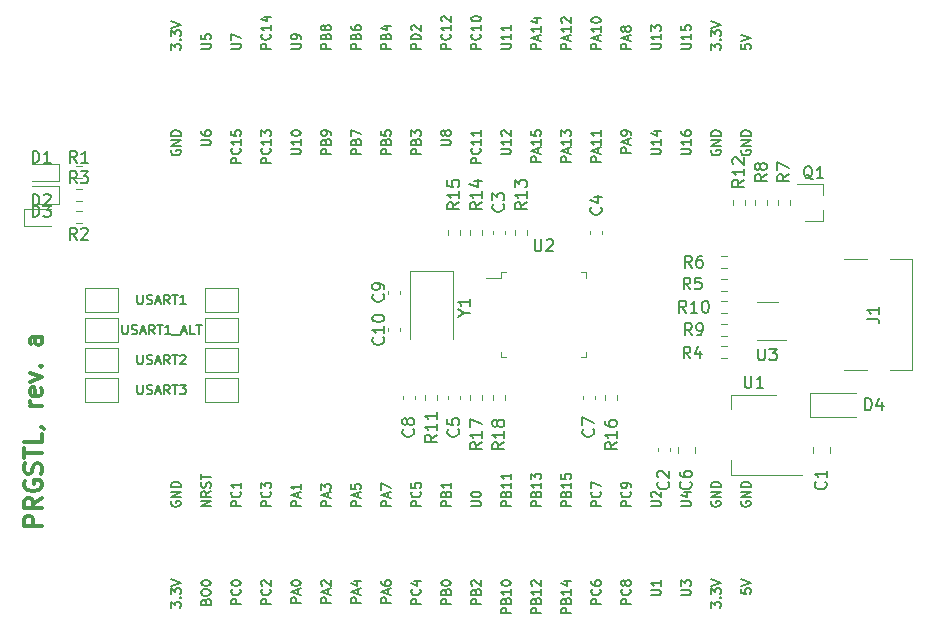
<source format=gbr>
G04 #@! TF.GenerationSoftware,KiCad,Pcbnew,5.1.9+dfsg1-1*
G04 #@! TF.CreationDate,2021-07-17T11:30:44+08:00*
G04 #@! TF.ProjectId,prgstl,70726773-746c-42e6-9b69-6361645f7063,a*
G04 #@! TF.SameCoordinates,Original*
G04 #@! TF.FileFunction,Legend,Top*
G04 #@! TF.FilePolarity,Positive*
%FSLAX46Y46*%
G04 Gerber Fmt 4.6, Leading zero omitted, Abs format (unit mm)*
G04 Created by KiCad (PCBNEW 5.1.9+dfsg1-1) date 2021-07-17 11:30:44*
%MOMM*%
%LPD*%
G01*
G04 APERTURE LIST*
%ADD10C,0.150000*%
%ADD11C,0.300000*%
%ADD12C,0.120000*%
G04 APERTURE END LIST*
D10*
X124961904Y-107511904D02*
X124961904Y-108159523D01*
X125000000Y-108235714D01*
X125038095Y-108273809D01*
X125114285Y-108311904D01*
X125266666Y-108311904D01*
X125342857Y-108273809D01*
X125380952Y-108235714D01*
X125419047Y-108159523D01*
X125419047Y-107511904D01*
X125761904Y-108273809D02*
X125876190Y-108311904D01*
X126066666Y-108311904D01*
X126142857Y-108273809D01*
X126180952Y-108235714D01*
X126219047Y-108159523D01*
X126219047Y-108083333D01*
X126180952Y-108007142D01*
X126142857Y-107969047D01*
X126066666Y-107930952D01*
X125914285Y-107892857D01*
X125838095Y-107854761D01*
X125800000Y-107816666D01*
X125761904Y-107740476D01*
X125761904Y-107664285D01*
X125800000Y-107588095D01*
X125838095Y-107550000D01*
X125914285Y-107511904D01*
X126104761Y-107511904D01*
X126219047Y-107550000D01*
X126523809Y-108083333D02*
X126904761Y-108083333D01*
X126447619Y-108311904D02*
X126714285Y-107511904D01*
X126980952Y-108311904D01*
X127704761Y-108311904D02*
X127438095Y-107930952D01*
X127247619Y-108311904D02*
X127247619Y-107511904D01*
X127552380Y-107511904D01*
X127628571Y-107550000D01*
X127666666Y-107588095D01*
X127704761Y-107664285D01*
X127704761Y-107778571D01*
X127666666Y-107854761D01*
X127628571Y-107892857D01*
X127552380Y-107930952D01*
X127247619Y-107930952D01*
X127933333Y-107511904D02*
X128390476Y-107511904D01*
X128161904Y-108311904D02*
X128161904Y-107511904D01*
X128580952Y-107511904D02*
X129076190Y-107511904D01*
X128809523Y-107816666D01*
X128923809Y-107816666D01*
X129000000Y-107854761D01*
X129038095Y-107892857D01*
X129076190Y-107969047D01*
X129076190Y-108159523D01*
X129038095Y-108235714D01*
X129000000Y-108273809D01*
X128923809Y-108311904D01*
X128695238Y-108311904D01*
X128619047Y-108273809D01*
X128580952Y-108235714D01*
X124961904Y-104971904D02*
X124961904Y-105619523D01*
X125000000Y-105695714D01*
X125038095Y-105733809D01*
X125114285Y-105771904D01*
X125266666Y-105771904D01*
X125342857Y-105733809D01*
X125380952Y-105695714D01*
X125419047Y-105619523D01*
X125419047Y-104971904D01*
X125761904Y-105733809D02*
X125876190Y-105771904D01*
X126066666Y-105771904D01*
X126142857Y-105733809D01*
X126180952Y-105695714D01*
X126219047Y-105619523D01*
X126219047Y-105543333D01*
X126180952Y-105467142D01*
X126142857Y-105429047D01*
X126066666Y-105390952D01*
X125914285Y-105352857D01*
X125838095Y-105314761D01*
X125800000Y-105276666D01*
X125761904Y-105200476D01*
X125761904Y-105124285D01*
X125800000Y-105048095D01*
X125838095Y-105010000D01*
X125914285Y-104971904D01*
X126104761Y-104971904D01*
X126219047Y-105010000D01*
X126523809Y-105543333D02*
X126904761Y-105543333D01*
X126447619Y-105771904D02*
X126714285Y-104971904D01*
X126980952Y-105771904D01*
X127704761Y-105771904D02*
X127438095Y-105390952D01*
X127247619Y-105771904D02*
X127247619Y-104971904D01*
X127552380Y-104971904D01*
X127628571Y-105010000D01*
X127666666Y-105048095D01*
X127704761Y-105124285D01*
X127704761Y-105238571D01*
X127666666Y-105314761D01*
X127628571Y-105352857D01*
X127552380Y-105390952D01*
X127247619Y-105390952D01*
X127933333Y-104971904D02*
X128390476Y-104971904D01*
X128161904Y-105771904D02*
X128161904Y-104971904D01*
X128619047Y-105048095D02*
X128657142Y-105010000D01*
X128733333Y-104971904D01*
X128923809Y-104971904D01*
X129000000Y-105010000D01*
X129038095Y-105048095D01*
X129076190Y-105124285D01*
X129076190Y-105200476D01*
X129038095Y-105314761D01*
X128580952Y-105771904D01*
X129076190Y-105771904D01*
X124961904Y-99891904D02*
X124961904Y-100539523D01*
X125000000Y-100615714D01*
X125038095Y-100653809D01*
X125114285Y-100691904D01*
X125266666Y-100691904D01*
X125342857Y-100653809D01*
X125380952Y-100615714D01*
X125419047Y-100539523D01*
X125419047Y-99891904D01*
X125761904Y-100653809D02*
X125876190Y-100691904D01*
X126066666Y-100691904D01*
X126142857Y-100653809D01*
X126180952Y-100615714D01*
X126219047Y-100539523D01*
X126219047Y-100463333D01*
X126180952Y-100387142D01*
X126142857Y-100349047D01*
X126066666Y-100310952D01*
X125914285Y-100272857D01*
X125838095Y-100234761D01*
X125800000Y-100196666D01*
X125761904Y-100120476D01*
X125761904Y-100044285D01*
X125800000Y-99968095D01*
X125838095Y-99930000D01*
X125914285Y-99891904D01*
X126104761Y-99891904D01*
X126219047Y-99930000D01*
X126523809Y-100463333D02*
X126904761Y-100463333D01*
X126447619Y-100691904D02*
X126714285Y-99891904D01*
X126980952Y-100691904D01*
X127704761Y-100691904D02*
X127438095Y-100310952D01*
X127247619Y-100691904D02*
X127247619Y-99891904D01*
X127552380Y-99891904D01*
X127628571Y-99930000D01*
X127666666Y-99968095D01*
X127704761Y-100044285D01*
X127704761Y-100158571D01*
X127666666Y-100234761D01*
X127628571Y-100272857D01*
X127552380Y-100310952D01*
X127247619Y-100310952D01*
X127933333Y-99891904D02*
X128390476Y-99891904D01*
X128161904Y-100691904D02*
X128161904Y-99891904D01*
X129076190Y-100691904D02*
X128619047Y-100691904D01*
X128847619Y-100691904D02*
X128847619Y-99891904D01*
X128771428Y-100006190D01*
X128695238Y-100082380D01*
X128619047Y-100120476D01*
X123685714Y-102431904D02*
X123685714Y-103079523D01*
X123723809Y-103155714D01*
X123761904Y-103193809D01*
X123838095Y-103231904D01*
X123990476Y-103231904D01*
X124066666Y-103193809D01*
X124104761Y-103155714D01*
X124142857Y-103079523D01*
X124142857Y-102431904D01*
X124485714Y-103193809D02*
X124600000Y-103231904D01*
X124790476Y-103231904D01*
X124866666Y-103193809D01*
X124904761Y-103155714D01*
X124942857Y-103079523D01*
X124942857Y-103003333D01*
X124904761Y-102927142D01*
X124866666Y-102889047D01*
X124790476Y-102850952D01*
X124638095Y-102812857D01*
X124561904Y-102774761D01*
X124523809Y-102736666D01*
X124485714Y-102660476D01*
X124485714Y-102584285D01*
X124523809Y-102508095D01*
X124561904Y-102470000D01*
X124638095Y-102431904D01*
X124828571Y-102431904D01*
X124942857Y-102470000D01*
X125247619Y-103003333D02*
X125628571Y-103003333D01*
X125171428Y-103231904D02*
X125438095Y-102431904D01*
X125704761Y-103231904D01*
X126428571Y-103231904D02*
X126161904Y-102850952D01*
X125971428Y-103231904D02*
X125971428Y-102431904D01*
X126276190Y-102431904D01*
X126352380Y-102470000D01*
X126390476Y-102508095D01*
X126428571Y-102584285D01*
X126428571Y-102698571D01*
X126390476Y-102774761D01*
X126352380Y-102812857D01*
X126276190Y-102850952D01*
X125971428Y-102850952D01*
X126657142Y-102431904D02*
X127114285Y-102431904D01*
X126885714Y-103231904D02*
X126885714Y-102431904D01*
X127800000Y-103231904D02*
X127342857Y-103231904D01*
X127571428Y-103231904D02*
X127571428Y-102431904D01*
X127495238Y-102546190D01*
X127419047Y-102622380D01*
X127342857Y-102660476D01*
X127952380Y-103308095D02*
X128561904Y-103308095D01*
X128714285Y-103003333D02*
X129095238Y-103003333D01*
X128638095Y-103231904D02*
X128904761Y-102431904D01*
X129171428Y-103231904D01*
X129819047Y-103231904D02*
X129438095Y-103231904D01*
X129438095Y-102431904D01*
X129971428Y-102431904D02*
X130428571Y-102431904D01*
X130200000Y-103231904D02*
X130200000Y-102431904D01*
D11*
X116883571Y-119462857D02*
X115383571Y-119462857D01*
X115383571Y-118891428D01*
X115455000Y-118748571D01*
X115526428Y-118677142D01*
X115669285Y-118605714D01*
X115883571Y-118605714D01*
X116026428Y-118677142D01*
X116097857Y-118748571D01*
X116169285Y-118891428D01*
X116169285Y-119462857D01*
X116883571Y-117105714D02*
X116169285Y-117605714D01*
X116883571Y-117962857D02*
X115383571Y-117962857D01*
X115383571Y-117391428D01*
X115455000Y-117248571D01*
X115526428Y-117177142D01*
X115669285Y-117105714D01*
X115883571Y-117105714D01*
X116026428Y-117177142D01*
X116097857Y-117248571D01*
X116169285Y-117391428D01*
X116169285Y-117962857D01*
X115455000Y-115677142D02*
X115383571Y-115820000D01*
X115383571Y-116034285D01*
X115455000Y-116248571D01*
X115597857Y-116391428D01*
X115740714Y-116462857D01*
X116026428Y-116534285D01*
X116240714Y-116534285D01*
X116526428Y-116462857D01*
X116669285Y-116391428D01*
X116812142Y-116248571D01*
X116883571Y-116034285D01*
X116883571Y-115891428D01*
X116812142Y-115677142D01*
X116740714Y-115605714D01*
X116240714Y-115605714D01*
X116240714Y-115891428D01*
X116812142Y-115034285D02*
X116883571Y-114820000D01*
X116883571Y-114462857D01*
X116812142Y-114320000D01*
X116740714Y-114248571D01*
X116597857Y-114177142D01*
X116455000Y-114177142D01*
X116312142Y-114248571D01*
X116240714Y-114320000D01*
X116169285Y-114462857D01*
X116097857Y-114748571D01*
X116026428Y-114891428D01*
X115955000Y-114962857D01*
X115812142Y-115034285D01*
X115669285Y-115034285D01*
X115526428Y-114962857D01*
X115455000Y-114891428D01*
X115383571Y-114748571D01*
X115383571Y-114391428D01*
X115455000Y-114177142D01*
X115383571Y-113748571D02*
X115383571Y-112891428D01*
X116883571Y-113320000D02*
X115383571Y-113320000D01*
X116883571Y-111677142D02*
X116883571Y-112391428D01*
X115383571Y-112391428D01*
X116812142Y-111105714D02*
X116883571Y-111105714D01*
X117026428Y-111177142D01*
X117097857Y-111248571D01*
X116883571Y-109320000D02*
X115883571Y-109320000D01*
X116169285Y-109320000D02*
X116026428Y-109248571D01*
X115955000Y-109177142D01*
X115883571Y-109034285D01*
X115883571Y-108891428D01*
X116812142Y-107820000D02*
X116883571Y-107962857D01*
X116883571Y-108248571D01*
X116812142Y-108391428D01*
X116669285Y-108462857D01*
X116097857Y-108462857D01*
X115955000Y-108391428D01*
X115883571Y-108248571D01*
X115883571Y-107962857D01*
X115955000Y-107820000D01*
X116097857Y-107748571D01*
X116240714Y-107748571D01*
X116383571Y-108462857D01*
X115883571Y-107248571D02*
X116883571Y-106891428D01*
X115883571Y-106534285D01*
X116740714Y-105962857D02*
X116812142Y-105891428D01*
X116883571Y-105962857D01*
X116812142Y-106034285D01*
X116740714Y-105962857D01*
X116883571Y-105962857D01*
X116883571Y-103462857D02*
X116097857Y-103462857D01*
X115955000Y-103534285D01*
X115883571Y-103677142D01*
X115883571Y-103962857D01*
X115955000Y-104105714D01*
X116812142Y-103462857D02*
X116883571Y-103605714D01*
X116883571Y-103962857D01*
X116812142Y-104105714D01*
X116669285Y-104177142D01*
X116526428Y-104177142D01*
X116383571Y-104105714D01*
X116312142Y-103962857D01*
X116312142Y-103605714D01*
X116240714Y-103462857D01*
D12*
G04 #@! TO.C,C7*
X162685000Y-108444420D02*
X162685000Y-108725580D01*
X163705000Y-108444420D02*
X163705000Y-108725580D01*
G04 #@! TO.C,U3*
X179208000Y-100498000D02*
X177408000Y-100498000D01*
X177408000Y-103718000D02*
X179858000Y-103718000D01*
G04 #@! TO.C,R15*
X152287500Y-94377742D02*
X152287500Y-94852258D01*
X151242500Y-94377742D02*
X151242500Y-94852258D01*
G04 #@! TO.C,JP8*
X130680000Y-108950000D02*
X130680000Y-106950000D01*
X133480000Y-108950000D02*
X130680000Y-108950000D01*
X133480000Y-106950000D02*
X133480000Y-108950000D01*
X130680000Y-106950000D02*
X133480000Y-106950000D01*
G04 #@! TO.C,JP7*
X130680000Y-106410000D02*
X130680000Y-104410000D01*
X133480000Y-106410000D02*
X130680000Y-106410000D01*
X133480000Y-104410000D02*
X133480000Y-106410000D01*
X130680000Y-104410000D02*
X133480000Y-104410000D01*
G04 #@! TO.C,JP6*
X130680000Y-103870000D02*
X130680000Y-101870000D01*
X133480000Y-103870000D02*
X130680000Y-103870000D01*
X133480000Y-101870000D02*
X133480000Y-103870000D01*
X130680000Y-101870000D02*
X133480000Y-101870000D01*
G04 #@! TO.C,JP5*
X130680000Y-101330000D02*
X130680000Y-99330000D01*
X133480000Y-101330000D02*
X130680000Y-101330000D01*
X133480000Y-99330000D02*
X133480000Y-101330000D01*
X130680000Y-99330000D02*
X133480000Y-99330000D01*
G04 #@! TO.C,JP4*
X123320000Y-106950000D02*
X123320000Y-108950000D01*
X120520000Y-106950000D02*
X123320000Y-106950000D01*
X120520000Y-108950000D02*
X120520000Y-106950000D01*
X123320000Y-108950000D02*
X120520000Y-108950000D01*
G04 #@! TO.C,JP3*
X123320000Y-104410000D02*
X123320000Y-106410000D01*
X120520000Y-104410000D02*
X123320000Y-104410000D01*
X120520000Y-106410000D02*
X120520000Y-104410000D01*
X123320000Y-106410000D02*
X120520000Y-106410000D01*
G04 #@! TO.C,JP2*
X123320000Y-101870000D02*
X123320000Y-103870000D01*
X120520000Y-101870000D02*
X123320000Y-101870000D01*
X120520000Y-103870000D02*
X120520000Y-101870000D01*
X123320000Y-103870000D02*
X120520000Y-103870000D01*
G04 #@! TO.C,JP1*
X123320000Y-99330000D02*
X123320000Y-101330000D01*
X120520000Y-99330000D02*
X123320000Y-99330000D01*
X120520000Y-101330000D02*
X120520000Y-99330000D01*
X123320000Y-101330000D02*
X120520000Y-101330000D01*
G04 #@! TO.C,R18*
X156097500Y-108347742D02*
X156097500Y-108822258D01*
X155052500Y-108347742D02*
X155052500Y-108822258D01*
G04 #@! TO.C,R17*
X153147500Y-108822258D02*
X153147500Y-108347742D01*
X154192500Y-108822258D02*
X154192500Y-108347742D01*
G04 #@! TO.C,R14*
X153147500Y-94852258D02*
X153147500Y-94377742D01*
X154192500Y-94852258D02*
X154192500Y-94377742D01*
G04 #@! TO.C,R12*
X176417500Y-91837742D02*
X176417500Y-92312258D01*
X175372500Y-91837742D02*
X175372500Y-92312258D01*
G04 #@! TO.C,R13*
X156957500Y-94852258D02*
X156957500Y-94377742D01*
X158002500Y-94852258D02*
X158002500Y-94377742D01*
G04 #@! TO.C,R8*
X177277500Y-92312258D02*
X177277500Y-91837742D01*
X178322500Y-92312258D02*
X178322500Y-91837742D01*
G04 #@! TO.C,R7*
X180227500Y-91837742D02*
X180227500Y-92312258D01*
X179182500Y-91837742D02*
X179182500Y-92312258D01*
G04 #@! TO.C,R11*
X149337500Y-108822258D02*
X149337500Y-108347742D01*
X150382500Y-108822258D02*
X150382500Y-108347742D01*
G04 #@! TO.C,R6*
X174387742Y-96632500D02*
X174862258Y-96632500D01*
X174387742Y-97677500D02*
X174862258Y-97677500D01*
G04 #@! TO.C,C8*
X148465000Y-108444420D02*
X148465000Y-108725580D01*
X147445000Y-108444420D02*
X147445000Y-108725580D01*
G04 #@! TO.C,Y1*
X148060000Y-97915000D02*
X148060000Y-103665000D01*
X151660000Y-97915000D02*
X148060000Y-97915000D01*
X151660000Y-103665000D02*
X151660000Y-97915000D01*
G04 #@! TO.C,R3*
X119777742Y-90917500D02*
X120252258Y-90917500D01*
X119777742Y-91962500D02*
X120252258Y-91962500D01*
G04 #@! TO.C,R2*
X120252258Y-93867500D02*
X119777742Y-93867500D01*
X120252258Y-92822500D02*
X119777742Y-92822500D01*
G04 #@! TO.C,R16*
X165622500Y-108347742D02*
X165622500Y-108822258D01*
X164577500Y-108347742D02*
X164577500Y-108822258D01*
G04 #@! TO.C,Q1*
X183005000Y-93655000D02*
X183005000Y-92725000D01*
X183005000Y-90495000D02*
X183005000Y-91425000D01*
X183005000Y-90495000D02*
X180845000Y-90495000D01*
X183005000Y-93655000D02*
X181545000Y-93655000D01*
G04 #@! TO.C,D3*
X116040000Y-92175000D02*
X118325000Y-92175000D01*
X118325000Y-92175000D02*
X118325000Y-90705000D01*
X118325000Y-90705000D02*
X116040000Y-90705000D01*
G04 #@! TO.C,D2*
X117640000Y-92610000D02*
X115355000Y-92610000D01*
X115355000Y-92610000D02*
X115355000Y-94080000D01*
X115355000Y-94080000D02*
X117640000Y-94080000D01*
G04 #@! TO.C,U2*
X162545000Y-105210000D02*
X162995000Y-105210000D01*
X162995000Y-105210000D02*
X162995000Y-104760000D01*
X156225000Y-105210000D02*
X155775000Y-105210000D01*
X155775000Y-105210000D02*
X155775000Y-104760000D01*
X162545000Y-97990000D02*
X162995000Y-97990000D01*
X162995000Y-97990000D02*
X162995000Y-98440000D01*
X156225000Y-97990000D02*
X155775000Y-97990000D01*
X155775000Y-97990000D02*
X155775000Y-98440000D01*
X155775000Y-98440000D02*
X154485000Y-98440000D01*
G04 #@! TO.C,C2*
X169035000Y-112889420D02*
X169035000Y-113170580D01*
X170055000Y-112889420D02*
X170055000Y-113170580D01*
G04 #@! TO.C,C10*
X146175000Y-102729420D02*
X146175000Y-103010580D01*
X147195000Y-102729420D02*
X147195000Y-103010580D01*
G04 #@! TO.C,C9*
X147195000Y-99835580D02*
X147195000Y-99554420D01*
X146175000Y-99835580D02*
X146175000Y-99554420D01*
G04 #@! TO.C,R1*
X119777742Y-90057500D02*
X120252258Y-90057500D01*
X119777742Y-89012500D02*
X120252258Y-89012500D01*
G04 #@! TO.C,R5*
X174387742Y-99582500D02*
X174862258Y-99582500D01*
X174387742Y-98537500D02*
X174862258Y-98537500D01*
G04 #@! TO.C,R4*
X174387742Y-105297500D02*
X174862258Y-105297500D01*
X174387742Y-104252500D02*
X174862258Y-104252500D01*
G04 #@! TO.C,D1*
X118325000Y-88800000D02*
X116040000Y-88800000D01*
X118325000Y-90270000D02*
X118325000Y-88800000D01*
X116040000Y-90270000D02*
X118325000Y-90270000D01*
G04 #@! TO.C,R10*
X174387742Y-100442500D02*
X174862258Y-100442500D01*
X174387742Y-101487500D02*
X174862258Y-101487500D01*
G04 #@! TO.C,R9*
X174387742Y-102347500D02*
X174862258Y-102347500D01*
X174387742Y-103392500D02*
X174862258Y-103392500D01*
G04 #@! TO.C,C6*
X172185000Y-112768748D02*
X172185000Y-113291252D01*
X170715000Y-112768748D02*
X170715000Y-113291252D01*
G04 #@! TO.C,C1*
X183615000Y-112768748D02*
X183615000Y-113291252D01*
X182145000Y-112768748D02*
X182145000Y-113291252D01*
G04 #@! TO.C,C5*
X151255000Y-108444420D02*
X151255000Y-108725580D01*
X152275000Y-108444420D02*
X152275000Y-108725580D01*
G04 #@! TO.C,C4*
X164340000Y-94755580D02*
X164340000Y-94474420D01*
X163320000Y-94755580D02*
X163320000Y-94474420D01*
G04 #@! TO.C,C3*
X156085000Y-94755580D02*
X156085000Y-94474420D01*
X155065000Y-94755580D02*
X155065000Y-94474420D01*
G04 #@! TO.C,U1*
X175255000Y-108350000D02*
X175255000Y-109610000D01*
X175255000Y-115170000D02*
X175255000Y-113910000D01*
X179015000Y-108350000D02*
X175255000Y-108350000D01*
X181265000Y-115170000D02*
X175255000Y-115170000D01*
G04 #@! TO.C,J1*
X188690000Y-106300000D02*
X190590000Y-106300000D01*
X184790000Y-106300000D02*
X186790000Y-106300000D01*
X188690000Y-96900000D02*
X190590000Y-96900000D01*
X184790000Y-96900000D02*
X186790000Y-96900000D01*
X190590000Y-106300000D02*
X190590000Y-96900000D01*
G04 #@! TO.C,D4*
X181900000Y-108220000D02*
X181900000Y-110220000D01*
X181900000Y-110220000D02*
X185800000Y-110220000D01*
X181900000Y-108220000D02*
X185800000Y-108220000D01*
G04 #@! TO.C,J2*
D10*
X171011904Y-87993928D02*
X171659523Y-87993928D01*
X171735714Y-87955833D01*
X171773809Y-87917738D01*
X171811904Y-87841547D01*
X171811904Y-87689166D01*
X171773809Y-87612976D01*
X171735714Y-87574880D01*
X171659523Y-87536785D01*
X171011904Y-87536785D01*
X171811904Y-86736785D02*
X171811904Y-87193928D01*
X171811904Y-86965357D02*
X171011904Y-86965357D01*
X171126190Y-87041547D01*
X171202380Y-87117738D01*
X171240476Y-87193928D01*
X171011904Y-86051071D02*
X171011904Y-86203452D01*
X171050000Y-86279642D01*
X171088095Y-86317738D01*
X171202380Y-86393928D01*
X171354761Y-86432023D01*
X171659523Y-86432023D01*
X171735714Y-86393928D01*
X171773809Y-86355833D01*
X171811904Y-86279642D01*
X171811904Y-86127261D01*
X171773809Y-86051071D01*
X171735714Y-86012976D01*
X171659523Y-85974880D01*
X171469047Y-85974880D01*
X171392857Y-86012976D01*
X171354761Y-86051071D01*
X171316666Y-86127261D01*
X171316666Y-86279642D01*
X171354761Y-86355833D01*
X171392857Y-86393928D01*
X171469047Y-86432023D01*
X168471904Y-87993928D02*
X169119523Y-87993928D01*
X169195714Y-87955833D01*
X169233809Y-87917738D01*
X169271904Y-87841547D01*
X169271904Y-87689166D01*
X169233809Y-87612976D01*
X169195714Y-87574880D01*
X169119523Y-87536785D01*
X168471904Y-87536785D01*
X169271904Y-86736785D02*
X169271904Y-87193928D01*
X169271904Y-86965357D02*
X168471904Y-86965357D01*
X168586190Y-87041547D01*
X168662380Y-87117738D01*
X168700476Y-87193928D01*
X168738571Y-86051071D02*
X169271904Y-86051071D01*
X168433809Y-86241547D02*
X169005238Y-86432023D01*
X169005238Y-85936785D01*
X171011904Y-79087023D02*
X171659523Y-79087023D01*
X171735714Y-79048928D01*
X171773809Y-79010833D01*
X171811904Y-78934642D01*
X171811904Y-78782261D01*
X171773809Y-78706071D01*
X171735714Y-78667976D01*
X171659523Y-78629880D01*
X171011904Y-78629880D01*
X171811904Y-77829880D02*
X171811904Y-78287023D01*
X171811904Y-78058452D02*
X171011904Y-78058452D01*
X171126190Y-78134642D01*
X171202380Y-78210833D01*
X171240476Y-78287023D01*
X171011904Y-77106071D02*
X171011904Y-77487023D01*
X171392857Y-77525119D01*
X171354761Y-77487023D01*
X171316666Y-77410833D01*
X171316666Y-77220357D01*
X171354761Y-77144166D01*
X171392857Y-77106071D01*
X171469047Y-77067976D01*
X171659523Y-77067976D01*
X171735714Y-77106071D01*
X171773809Y-77144166D01*
X171811904Y-77220357D01*
X171811904Y-77410833D01*
X171773809Y-77487023D01*
X171735714Y-77525119D01*
X168471904Y-79087023D02*
X169119523Y-79087023D01*
X169195714Y-79048928D01*
X169233809Y-79010833D01*
X169271904Y-78934642D01*
X169271904Y-78782261D01*
X169233809Y-78706071D01*
X169195714Y-78667976D01*
X169119523Y-78629880D01*
X168471904Y-78629880D01*
X169271904Y-77829880D02*
X169271904Y-78287023D01*
X169271904Y-78058452D02*
X168471904Y-78058452D01*
X168586190Y-78134642D01*
X168662380Y-78210833D01*
X168700476Y-78287023D01*
X168471904Y-77563214D02*
X168471904Y-77067976D01*
X168776666Y-77334642D01*
X168776666Y-77220357D01*
X168814761Y-77144166D01*
X168852857Y-77106071D01*
X168929047Y-77067976D01*
X169119523Y-77067976D01*
X169195714Y-77106071D01*
X169233809Y-77144166D01*
X169271904Y-77220357D01*
X169271904Y-77448928D01*
X169233809Y-77525119D01*
X169195714Y-77563214D01*
X155771904Y-79087023D02*
X156419523Y-79087023D01*
X156495714Y-79048928D01*
X156533809Y-79010833D01*
X156571904Y-78934642D01*
X156571904Y-78782261D01*
X156533809Y-78706071D01*
X156495714Y-78667976D01*
X156419523Y-78629880D01*
X155771904Y-78629880D01*
X156571904Y-77829880D02*
X156571904Y-78287023D01*
X156571904Y-78058452D02*
X155771904Y-78058452D01*
X155886190Y-78134642D01*
X155962380Y-78210833D01*
X156000476Y-78287023D01*
X156571904Y-77067976D02*
X156571904Y-77525119D01*
X156571904Y-77296547D02*
X155771904Y-77296547D01*
X155886190Y-77372738D01*
X155962380Y-77448928D01*
X156000476Y-77525119D01*
X155771904Y-87993928D02*
X156419523Y-87993928D01*
X156495714Y-87955833D01*
X156533809Y-87917738D01*
X156571904Y-87841547D01*
X156571904Y-87689166D01*
X156533809Y-87612976D01*
X156495714Y-87574880D01*
X156419523Y-87536785D01*
X155771904Y-87536785D01*
X156571904Y-86736785D02*
X156571904Y-87193928D01*
X156571904Y-86965357D02*
X155771904Y-86965357D01*
X155886190Y-87041547D01*
X155962380Y-87117738D01*
X156000476Y-87193928D01*
X155848095Y-86432023D02*
X155810000Y-86393928D01*
X155771904Y-86317738D01*
X155771904Y-86127261D01*
X155810000Y-86051071D01*
X155848095Y-86012976D01*
X155924285Y-85974880D01*
X156000476Y-85974880D01*
X156114761Y-86012976D01*
X156571904Y-86470119D01*
X156571904Y-85974880D01*
X150691904Y-87232023D02*
X151339523Y-87232023D01*
X151415714Y-87193928D01*
X151453809Y-87155833D01*
X151491904Y-87079642D01*
X151491904Y-86927261D01*
X151453809Y-86851071D01*
X151415714Y-86812976D01*
X151339523Y-86774880D01*
X150691904Y-86774880D01*
X151034761Y-86279642D02*
X150996666Y-86355833D01*
X150958571Y-86393928D01*
X150882380Y-86432023D01*
X150844285Y-86432023D01*
X150768095Y-86393928D01*
X150730000Y-86355833D01*
X150691904Y-86279642D01*
X150691904Y-86127261D01*
X150730000Y-86051071D01*
X150768095Y-86012976D01*
X150844285Y-85974880D01*
X150882380Y-85974880D01*
X150958571Y-86012976D01*
X150996666Y-86051071D01*
X151034761Y-86127261D01*
X151034761Y-86279642D01*
X151072857Y-86355833D01*
X151110952Y-86393928D01*
X151187142Y-86432023D01*
X151339523Y-86432023D01*
X151415714Y-86393928D01*
X151453809Y-86355833D01*
X151491904Y-86279642D01*
X151491904Y-86127261D01*
X151453809Y-86051071D01*
X151415714Y-86012976D01*
X151339523Y-85974880D01*
X151187142Y-85974880D01*
X151110952Y-86012976D01*
X151072857Y-86051071D01*
X151034761Y-86127261D01*
X137991904Y-87993928D02*
X138639523Y-87993928D01*
X138715714Y-87955833D01*
X138753809Y-87917738D01*
X138791904Y-87841547D01*
X138791904Y-87689166D01*
X138753809Y-87612976D01*
X138715714Y-87574880D01*
X138639523Y-87536785D01*
X137991904Y-87536785D01*
X138791904Y-86736785D02*
X138791904Y-87193928D01*
X138791904Y-86965357D02*
X137991904Y-86965357D01*
X138106190Y-87041547D01*
X138182380Y-87117738D01*
X138220476Y-87193928D01*
X137991904Y-86241547D02*
X137991904Y-86165357D01*
X138030000Y-86089166D01*
X138068095Y-86051071D01*
X138144285Y-86012976D01*
X138296666Y-85974880D01*
X138487142Y-85974880D01*
X138639523Y-86012976D01*
X138715714Y-86051071D01*
X138753809Y-86089166D01*
X138791904Y-86165357D01*
X138791904Y-86241547D01*
X138753809Y-86317738D01*
X138715714Y-86355833D01*
X138639523Y-86393928D01*
X138487142Y-86432023D01*
X138296666Y-86432023D01*
X138144285Y-86393928D01*
X138068095Y-86355833D01*
X138030000Y-86317738D01*
X137991904Y-86241547D01*
X137991904Y-79087023D02*
X138639523Y-79087023D01*
X138715714Y-79048928D01*
X138753809Y-79010833D01*
X138791904Y-78934642D01*
X138791904Y-78782261D01*
X138753809Y-78706071D01*
X138715714Y-78667976D01*
X138639523Y-78629880D01*
X137991904Y-78629880D01*
X138791904Y-78210833D02*
X138791904Y-78058452D01*
X138753809Y-77982261D01*
X138715714Y-77944166D01*
X138601428Y-77867976D01*
X138449047Y-77829880D01*
X138144285Y-77829880D01*
X138068095Y-77867976D01*
X138030000Y-77906071D01*
X137991904Y-77982261D01*
X137991904Y-78134642D01*
X138030000Y-78210833D01*
X138068095Y-78248928D01*
X138144285Y-78287023D01*
X138334761Y-78287023D01*
X138410952Y-78248928D01*
X138449047Y-78210833D01*
X138487142Y-78134642D01*
X138487142Y-77982261D01*
X138449047Y-77906071D01*
X138410952Y-77867976D01*
X138334761Y-77829880D01*
X132911904Y-79087023D02*
X133559523Y-79087023D01*
X133635714Y-79048928D01*
X133673809Y-79010833D01*
X133711904Y-78934642D01*
X133711904Y-78782261D01*
X133673809Y-78706071D01*
X133635714Y-78667976D01*
X133559523Y-78629880D01*
X132911904Y-78629880D01*
X132911904Y-78325119D02*
X132911904Y-77791785D01*
X133711904Y-78134642D01*
X130371904Y-87232023D02*
X131019523Y-87232023D01*
X131095714Y-87193928D01*
X131133809Y-87155833D01*
X131171904Y-87079642D01*
X131171904Y-86927261D01*
X131133809Y-86851071D01*
X131095714Y-86812976D01*
X131019523Y-86774880D01*
X130371904Y-86774880D01*
X130371904Y-86051071D02*
X130371904Y-86203452D01*
X130410000Y-86279642D01*
X130448095Y-86317738D01*
X130562380Y-86393928D01*
X130714761Y-86432023D01*
X131019523Y-86432023D01*
X131095714Y-86393928D01*
X131133809Y-86355833D01*
X131171904Y-86279642D01*
X131171904Y-86127261D01*
X131133809Y-86051071D01*
X131095714Y-86012976D01*
X131019523Y-85974880D01*
X130829047Y-85974880D01*
X130752857Y-86012976D01*
X130714761Y-86051071D01*
X130676666Y-86127261D01*
X130676666Y-86279642D01*
X130714761Y-86355833D01*
X130752857Y-86393928D01*
X130829047Y-86432023D01*
X130371904Y-79087023D02*
X131019523Y-79087023D01*
X131095714Y-79048928D01*
X131133809Y-79010833D01*
X131171904Y-78934642D01*
X131171904Y-78782261D01*
X131133809Y-78706071D01*
X131095714Y-78667976D01*
X131019523Y-78629880D01*
X130371904Y-78629880D01*
X130371904Y-77867976D02*
X130371904Y-78248928D01*
X130752857Y-78287023D01*
X130714761Y-78248928D01*
X130676666Y-78172738D01*
X130676666Y-77982261D01*
X130714761Y-77906071D01*
X130752857Y-77867976D01*
X130829047Y-77829880D01*
X131019523Y-77829880D01*
X131095714Y-77867976D01*
X131133809Y-77906071D01*
X131171904Y-77982261D01*
X131171904Y-78172738D01*
X131133809Y-78248928D01*
X131095714Y-78287023D01*
X171011904Y-117822023D02*
X171659523Y-117822023D01*
X171735714Y-117783928D01*
X171773809Y-117745833D01*
X171811904Y-117669642D01*
X171811904Y-117517261D01*
X171773809Y-117441071D01*
X171735714Y-117402976D01*
X171659523Y-117364880D01*
X171011904Y-117364880D01*
X171278571Y-116641071D02*
X171811904Y-116641071D01*
X170973809Y-116831547D02*
X171545238Y-117022023D01*
X171545238Y-116526785D01*
X168471904Y-117822023D02*
X169119523Y-117822023D01*
X169195714Y-117783928D01*
X169233809Y-117745833D01*
X169271904Y-117669642D01*
X169271904Y-117517261D01*
X169233809Y-117441071D01*
X169195714Y-117402976D01*
X169119523Y-117364880D01*
X168471904Y-117364880D01*
X168548095Y-117022023D02*
X168510000Y-116983928D01*
X168471904Y-116907738D01*
X168471904Y-116717261D01*
X168510000Y-116641071D01*
X168548095Y-116602976D01*
X168624285Y-116564880D01*
X168700476Y-116564880D01*
X168814761Y-116602976D01*
X169271904Y-117060119D01*
X169271904Y-116564880D01*
X171011904Y-125332023D02*
X171659523Y-125332023D01*
X171735714Y-125293928D01*
X171773809Y-125255833D01*
X171811904Y-125179642D01*
X171811904Y-125027261D01*
X171773809Y-124951071D01*
X171735714Y-124912976D01*
X171659523Y-124874880D01*
X171011904Y-124874880D01*
X171011904Y-124570119D02*
X171011904Y-124074880D01*
X171316666Y-124341547D01*
X171316666Y-124227261D01*
X171354761Y-124151071D01*
X171392857Y-124112976D01*
X171469047Y-124074880D01*
X171659523Y-124074880D01*
X171735714Y-124112976D01*
X171773809Y-124151071D01*
X171811904Y-124227261D01*
X171811904Y-124455833D01*
X171773809Y-124532023D01*
X171735714Y-124570119D01*
X168471904Y-125332023D02*
X169119523Y-125332023D01*
X169195714Y-125293928D01*
X169233809Y-125255833D01*
X169271904Y-125179642D01*
X169271904Y-125027261D01*
X169233809Y-124951071D01*
X169195714Y-124912976D01*
X169119523Y-124874880D01*
X168471904Y-124874880D01*
X169271904Y-124074880D02*
X169271904Y-124532023D01*
X169271904Y-124303452D02*
X168471904Y-124303452D01*
X168586190Y-124379642D01*
X168662380Y-124455833D01*
X168700476Y-124532023D01*
X153231904Y-117822023D02*
X153879523Y-117822023D01*
X153955714Y-117783928D01*
X153993809Y-117745833D01*
X154031904Y-117669642D01*
X154031904Y-117517261D01*
X153993809Y-117441071D01*
X153955714Y-117402976D01*
X153879523Y-117364880D01*
X153231904Y-117364880D01*
X153231904Y-116831547D02*
X153231904Y-116755357D01*
X153270000Y-116679166D01*
X153308095Y-116641071D01*
X153384285Y-116602976D01*
X153536666Y-116564880D01*
X153727142Y-116564880D01*
X153879523Y-116602976D01*
X153955714Y-116641071D01*
X153993809Y-116679166D01*
X154031904Y-116755357D01*
X154031904Y-116831547D01*
X153993809Y-116907738D01*
X153955714Y-116945833D01*
X153879523Y-116983928D01*
X153727142Y-117022023D01*
X153536666Y-117022023D01*
X153384285Y-116983928D01*
X153308095Y-116945833D01*
X153270000Y-116907738D01*
X153231904Y-116831547D01*
X173551904Y-79163214D02*
X173551904Y-78667976D01*
X173856666Y-78934642D01*
X173856666Y-78820357D01*
X173894761Y-78744166D01*
X173932857Y-78706071D01*
X174009047Y-78667976D01*
X174199523Y-78667976D01*
X174275714Y-78706071D01*
X174313809Y-78744166D01*
X174351904Y-78820357D01*
X174351904Y-79048928D01*
X174313809Y-79125119D01*
X174275714Y-79163214D01*
X174275714Y-78325119D02*
X174313809Y-78287023D01*
X174351904Y-78325119D01*
X174313809Y-78363214D01*
X174275714Y-78325119D01*
X174351904Y-78325119D01*
X173551904Y-78020357D02*
X173551904Y-77525119D01*
X173856666Y-77791785D01*
X173856666Y-77677500D01*
X173894761Y-77601309D01*
X173932857Y-77563214D01*
X174009047Y-77525119D01*
X174199523Y-77525119D01*
X174275714Y-77563214D01*
X174313809Y-77601309D01*
X174351904Y-77677500D01*
X174351904Y-77906071D01*
X174313809Y-77982261D01*
X174275714Y-78020357D01*
X173551904Y-77296547D02*
X174351904Y-77029880D01*
X173551904Y-76763214D01*
X173590000Y-87651071D02*
X173551904Y-87727261D01*
X173551904Y-87841547D01*
X173590000Y-87955833D01*
X173666190Y-88032023D01*
X173742380Y-88070119D01*
X173894761Y-88108214D01*
X174009047Y-88108214D01*
X174161428Y-88070119D01*
X174237619Y-88032023D01*
X174313809Y-87955833D01*
X174351904Y-87841547D01*
X174351904Y-87765357D01*
X174313809Y-87651071D01*
X174275714Y-87612976D01*
X174009047Y-87612976D01*
X174009047Y-87765357D01*
X174351904Y-87270119D02*
X173551904Y-87270119D01*
X174351904Y-86812976D01*
X173551904Y-86812976D01*
X174351904Y-86432023D02*
X173551904Y-86432023D01*
X173551904Y-86241547D01*
X173590000Y-86127261D01*
X173666190Y-86051071D01*
X173742380Y-86012976D01*
X173894761Y-85974880D01*
X174009047Y-85974880D01*
X174161428Y-86012976D01*
X174237619Y-86051071D01*
X174313809Y-86127261D01*
X174351904Y-86241547D01*
X174351904Y-86432023D01*
X176091904Y-124798690D02*
X176091904Y-125179642D01*
X176472857Y-125217738D01*
X176434761Y-125179642D01*
X176396666Y-125103452D01*
X176396666Y-124912976D01*
X176434761Y-124836785D01*
X176472857Y-124798690D01*
X176549047Y-124760595D01*
X176739523Y-124760595D01*
X176815714Y-124798690D01*
X176853809Y-124836785D01*
X176891904Y-124912976D01*
X176891904Y-125103452D01*
X176853809Y-125179642D01*
X176815714Y-125217738D01*
X176091904Y-124532023D02*
X176891904Y-124265357D01*
X176091904Y-123998690D01*
X173590000Y-117402976D02*
X173551904Y-117479166D01*
X173551904Y-117593452D01*
X173590000Y-117707738D01*
X173666190Y-117783928D01*
X173742380Y-117822023D01*
X173894761Y-117860119D01*
X174009047Y-117860119D01*
X174161428Y-117822023D01*
X174237619Y-117783928D01*
X174313809Y-117707738D01*
X174351904Y-117593452D01*
X174351904Y-117517261D01*
X174313809Y-117402976D01*
X174275714Y-117364880D01*
X174009047Y-117364880D01*
X174009047Y-117517261D01*
X174351904Y-117022023D02*
X173551904Y-117022023D01*
X174351904Y-116564880D01*
X173551904Y-116564880D01*
X174351904Y-116183928D02*
X173551904Y-116183928D01*
X173551904Y-115993452D01*
X173590000Y-115879166D01*
X173666190Y-115802976D01*
X173742380Y-115764880D01*
X173894761Y-115726785D01*
X174009047Y-115726785D01*
X174161428Y-115764880D01*
X174237619Y-115802976D01*
X174313809Y-115879166D01*
X174351904Y-115993452D01*
X174351904Y-116183928D01*
X127870000Y-87651071D02*
X127831904Y-87727261D01*
X127831904Y-87841547D01*
X127870000Y-87955833D01*
X127946190Y-88032023D01*
X128022380Y-88070119D01*
X128174761Y-88108214D01*
X128289047Y-88108214D01*
X128441428Y-88070119D01*
X128517619Y-88032023D01*
X128593809Y-87955833D01*
X128631904Y-87841547D01*
X128631904Y-87765357D01*
X128593809Y-87651071D01*
X128555714Y-87612976D01*
X128289047Y-87612976D01*
X128289047Y-87765357D01*
X128631904Y-87270119D02*
X127831904Y-87270119D01*
X128631904Y-86812976D01*
X127831904Y-86812976D01*
X128631904Y-86432023D02*
X127831904Y-86432023D01*
X127831904Y-86241547D01*
X127870000Y-86127261D01*
X127946190Y-86051071D01*
X128022380Y-86012976D01*
X128174761Y-85974880D01*
X128289047Y-85974880D01*
X128441428Y-86012976D01*
X128517619Y-86051071D01*
X128593809Y-86127261D01*
X128631904Y-86241547D01*
X128631904Y-86432023D01*
X133711904Y-88755833D02*
X132911904Y-88755833D01*
X132911904Y-88451071D01*
X132950000Y-88374880D01*
X132988095Y-88336785D01*
X133064285Y-88298690D01*
X133178571Y-88298690D01*
X133254761Y-88336785D01*
X133292857Y-88374880D01*
X133330952Y-88451071D01*
X133330952Y-88755833D01*
X133635714Y-87498690D02*
X133673809Y-87536785D01*
X133711904Y-87651071D01*
X133711904Y-87727261D01*
X133673809Y-87841547D01*
X133597619Y-87917738D01*
X133521428Y-87955833D01*
X133369047Y-87993928D01*
X133254761Y-87993928D01*
X133102380Y-87955833D01*
X133026190Y-87917738D01*
X132950000Y-87841547D01*
X132911904Y-87727261D01*
X132911904Y-87651071D01*
X132950000Y-87536785D01*
X132988095Y-87498690D01*
X133711904Y-86736785D02*
X133711904Y-87193928D01*
X133711904Y-86965357D02*
X132911904Y-86965357D01*
X133026190Y-87041547D01*
X133102380Y-87117738D01*
X133140476Y-87193928D01*
X132911904Y-86012976D02*
X132911904Y-86393928D01*
X133292857Y-86432023D01*
X133254761Y-86393928D01*
X133216666Y-86317738D01*
X133216666Y-86127261D01*
X133254761Y-86051071D01*
X133292857Y-86012976D01*
X133369047Y-85974880D01*
X133559523Y-85974880D01*
X133635714Y-86012976D01*
X133673809Y-86051071D01*
X133711904Y-86127261D01*
X133711904Y-86317738D01*
X133673809Y-86393928D01*
X133635714Y-86432023D01*
X136251904Y-88755833D02*
X135451904Y-88755833D01*
X135451904Y-88451071D01*
X135490000Y-88374880D01*
X135528095Y-88336785D01*
X135604285Y-88298690D01*
X135718571Y-88298690D01*
X135794761Y-88336785D01*
X135832857Y-88374880D01*
X135870952Y-88451071D01*
X135870952Y-88755833D01*
X136175714Y-87498690D02*
X136213809Y-87536785D01*
X136251904Y-87651071D01*
X136251904Y-87727261D01*
X136213809Y-87841547D01*
X136137619Y-87917738D01*
X136061428Y-87955833D01*
X135909047Y-87993928D01*
X135794761Y-87993928D01*
X135642380Y-87955833D01*
X135566190Y-87917738D01*
X135490000Y-87841547D01*
X135451904Y-87727261D01*
X135451904Y-87651071D01*
X135490000Y-87536785D01*
X135528095Y-87498690D01*
X136251904Y-86736785D02*
X136251904Y-87193928D01*
X136251904Y-86965357D02*
X135451904Y-86965357D01*
X135566190Y-87041547D01*
X135642380Y-87117738D01*
X135680476Y-87193928D01*
X135451904Y-86470119D02*
X135451904Y-85974880D01*
X135756666Y-86241547D01*
X135756666Y-86127261D01*
X135794761Y-86051071D01*
X135832857Y-86012976D01*
X135909047Y-85974880D01*
X136099523Y-85974880D01*
X136175714Y-86012976D01*
X136213809Y-86051071D01*
X136251904Y-86127261D01*
X136251904Y-86355833D01*
X136213809Y-86432023D01*
X136175714Y-86470119D01*
X141331904Y-87993928D02*
X140531904Y-87993928D01*
X140531904Y-87689166D01*
X140570000Y-87612976D01*
X140608095Y-87574880D01*
X140684285Y-87536785D01*
X140798571Y-87536785D01*
X140874761Y-87574880D01*
X140912857Y-87612976D01*
X140950952Y-87689166D01*
X140950952Y-87993928D01*
X140912857Y-86927261D02*
X140950952Y-86812976D01*
X140989047Y-86774880D01*
X141065238Y-86736785D01*
X141179523Y-86736785D01*
X141255714Y-86774880D01*
X141293809Y-86812976D01*
X141331904Y-86889166D01*
X141331904Y-87193928D01*
X140531904Y-87193928D01*
X140531904Y-86927261D01*
X140570000Y-86851071D01*
X140608095Y-86812976D01*
X140684285Y-86774880D01*
X140760476Y-86774880D01*
X140836666Y-86812976D01*
X140874761Y-86851071D01*
X140912857Y-86927261D01*
X140912857Y-87193928D01*
X141331904Y-86355833D02*
X141331904Y-86203452D01*
X141293809Y-86127261D01*
X141255714Y-86089166D01*
X141141428Y-86012976D01*
X140989047Y-85974880D01*
X140684285Y-85974880D01*
X140608095Y-86012976D01*
X140570000Y-86051071D01*
X140531904Y-86127261D01*
X140531904Y-86279642D01*
X140570000Y-86355833D01*
X140608095Y-86393928D01*
X140684285Y-86432023D01*
X140874761Y-86432023D01*
X140950952Y-86393928D01*
X140989047Y-86355833D01*
X141027142Y-86279642D01*
X141027142Y-86127261D01*
X140989047Y-86051071D01*
X140950952Y-86012976D01*
X140874761Y-85974880D01*
X143871904Y-87993928D02*
X143071904Y-87993928D01*
X143071904Y-87689166D01*
X143110000Y-87612976D01*
X143148095Y-87574880D01*
X143224285Y-87536785D01*
X143338571Y-87536785D01*
X143414761Y-87574880D01*
X143452857Y-87612976D01*
X143490952Y-87689166D01*
X143490952Y-87993928D01*
X143452857Y-86927261D02*
X143490952Y-86812976D01*
X143529047Y-86774880D01*
X143605238Y-86736785D01*
X143719523Y-86736785D01*
X143795714Y-86774880D01*
X143833809Y-86812976D01*
X143871904Y-86889166D01*
X143871904Y-87193928D01*
X143071904Y-87193928D01*
X143071904Y-86927261D01*
X143110000Y-86851071D01*
X143148095Y-86812976D01*
X143224285Y-86774880D01*
X143300476Y-86774880D01*
X143376666Y-86812976D01*
X143414761Y-86851071D01*
X143452857Y-86927261D01*
X143452857Y-87193928D01*
X143071904Y-86470119D02*
X143071904Y-85936785D01*
X143871904Y-86279642D01*
X146411904Y-87993928D02*
X145611904Y-87993928D01*
X145611904Y-87689166D01*
X145650000Y-87612976D01*
X145688095Y-87574880D01*
X145764285Y-87536785D01*
X145878571Y-87536785D01*
X145954761Y-87574880D01*
X145992857Y-87612976D01*
X146030952Y-87689166D01*
X146030952Y-87993928D01*
X145992857Y-86927261D02*
X146030952Y-86812976D01*
X146069047Y-86774880D01*
X146145238Y-86736785D01*
X146259523Y-86736785D01*
X146335714Y-86774880D01*
X146373809Y-86812976D01*
X146411904Y-86889166D01*
X146411904Y-87193928D01*
X145611904Y-87193928D01*
X145611904Y-86927261D01*
X145650000Y-86851071D01*
X145688095Y-86812976D01*
X145764285Y-86774880D01*
X145840476Y-86774880D01*
X145916666Y-86812976D01*
X145954761Y-86851071D01*
X145992857Y-86927261D01*
X145992857Y-87193928D01*
X145611904Y-86012976D02*
X145611904Y-86393928D01*
X145992857Y-86432023D01*
X145954761Y-86393928D01*
X145916666Y-86317738D01*
X145916666Y-86127261D01*
X145954761Y-86051071D01*
X145992857Y-86012976D01*
X146069047Y-85974880D01*
X146259523Y-85974880D01*
X146335714Y-86012976D01*
X146373809Y-86051071D01*
X146411904Y-86127261D01*
X146411904Y-86317738D01*
X146373809Y-86393928D01*
X146335714Y-86432023D01*
X148951904Y-87993928D02*
X148151904Y-87993928D01*
X148151904Y-87689166D01*
X148190000Y-87612976D01*
X148228095Y-87574880D01*
X148304285Y-87536785D01*
X148418571Y-87536785D01*
X148494761Y-87574880D01*
X148532857Y-87612976D01*
X148570952Y-87689166D01*
X148570952Y-87993928D01*
X148532857Y-86927261D02*
X148570952Y-86812976D01*
X148609047Y-86774880D01*
X148685238Y-86736785D01*
X148799523Y-86736785D01*
X148875714Y-86774880D01*
X148913809Y-86812976D01*
X148951904Y-86889166D01*
X148951904Y-87193928D01*
X148151904Y-87193928D01*
X148151904Y-86927261D01*
X148190000Y-86851071D01*
X148228095Y-86812976D01*
X148304285Y-86774880D01*
X148380476Y-86774880D01*
X148456666Y-86812976D01*
X148494761Y-86851071D01*
X148532857Y-86927261D01*
X148532857Y-87193928D01*
X148151904Y-86470119D02*
X148151904Y-85974880D01*
X148456666Y-86241547D01*
X148456666Y-86127261D01*
X148494761Y-86051071D01*
X148532857Y-86012976D01*
X148609047Y-85974880D01*
X148799523Y-85974880D01*
X148875714Y-86012976D01*
X148913809Y-86051071D01*
X148951904Y-86127261D01*
X148951904Y-86355833D01*
X148913809Y-86432023D01*
X148875714Y-86470119D01*
X154031904Y-88755833D02*
X153231904Y-88755833D01*
X153231904Y-88451071D01*
X153270000Y-88374880D01*
X153308095Y-88336785D01*
X153384285Y-88298690D01*
X153498571Y-88298690D01*
X153574761Y-88336785D01*
X153612857Y-88374880D01*
X153650952Y-88451071D01*
X153650952Y-88755833D01*
X153955714Y-87498690D02*
X153993809Y-87536785D01*
X154031904Y-87651071D01*
X154031904Y-87727261D01*
X153993809Y-87841547D01*
X153917619Y-87917738D01*
X153841428Y-87955833D01*
X153689047Y-87993928D01*
X153574761Y-87993928D01*
X153422380Y-87955833D01*
X153346190Y-87917738D01*
X153270000Y-87841547D01*
X153231904Y-87727261D01*
X153231904Y-87651071D01*
X153270000Y-87536785D01*
X153308095Y-87498690D01*
X154031904Y-86736785D02*
X154031904Y-87193928D01*
X154031904Y-86965357D02*
X153231904Y-86965357D01*
X153346190Y-87041547D01*
X153422380Y-87117738D01*
X153460476Y-87193928D01*
X154031904Y-85974880D02*
X154031904Y-86432023D01*
X154031904Y-86203452D02*
X153231904Y-86203452D01*
X153346190Y-86279642D01*
X153422380Y-86355833D01*
X153460476Y-86432023D01*
X159111904Y-88641547D02*
X158311904Y-88641547D01*
X158311904Y-88336785D01*
X158350000Y-88260595D01*
X158388095Y-88222500D01*
X158464285Y-88184404D01*
X158578571Y-88184404D01*
X158654761Y-88222500D01*
X158692857Y-88260595D01*
X158730952Y-88336785D01*
X158730952Y-88641547D01*
X158883333Y-87879642D02*
X158883333Y-87498690D01*
X159111904Y-87955833D02*
X158311904Y-87689166D01*
X159111904Y-87422500D01*
X159111904Y-86736785D02*
X159111904Y-87193928D01*
X159111904Y-86965357D02*
X158311904Y-86965357D01*
X158426190Y-87041547D01*
X158502380Y-87117738D01*
X158540476Y-87193928D01*
X158311904Y-86012976D02*
X158311904Y-86393928D01*
X158692857Y-86432023D01*
X158654761Y-86393928D01*
X158616666Y-86317738D01*
X158616666Y-86127261D01*
X158654761Y-86051071D01*
X158692857Y-86012976D01*
X158769047Y-85974880D01*
X158959523Y-85974880D01*
X159035714Y-86012976D01*
X159073809Y-86051071D01*
X159111904Y-86127261D01*
X159111904Y-86317738D01*
X159073809Y-86393928D01*
X159035714Y-86432023D01*
X161651904Y-88641547D02*
X160851904Y-88641547D01*
X160851904Y-88336785D01*
X160890000Y-88260595D01*
X160928095Y-88222500D01*
X161004285Y-88184404D01*
X161118571Y-88184404D01*
X161194761Y-88222500D01*
X161232857Y-88260595D01*
X161270952Y-88336785D01*
X161270952Y-88641547D01*
X161423333Y-87879642D02*
X161423333Y-87498690D01*
X161651904Y-87955833D02*
X160851904Y-87689166D01*
X161651904Y-87422500D01*
X161651904Y-86736785D02*
X161651904Y-87193928D01*
X161651904Y-86965357D02*
X160851904Y-86965357D01*
X160966190Y-87041547D01*
X161042380Y-87117738D01*
X161080476Y-87193928D01*
X160851904Y-86470119D02*
X160851904Y-85974880D01*
X161156666Y-86241547D01*
X161156666Y-86127261D01*
X161194761Y-86051071D01*
X161232857Y-86012976D01*
X161309047Y-85974880D01*
X161499523Y-85974880D01*
X161575714Y-86012976D01*
X161613809Y-86051071D01*
X161651904Y-86127261D01*
X161651904Y-86355833D01*
X161613809Y-86432023D01*
X161575714Y-86470119D01*
X164191904Y-88641547D02*
X163391904Y-88641547D01*
X163391904Y-88336785D01*
X163430000Y-88260595D01*
X163468095Y-88222500D01*
X163544285Y-88184404D01*
X163658571Y-88184404D01*
X163734761Y-88222500D01*
X163772857Y-88260595D01*
X163810952Y-88336785D01*
X163810952Y-88641547D01*
X163963333Y-87879642D02*
X163963333Y-87498690D01*
X164191904Y-87955833D02*
X163391904Y-87689166D01*
X164191904Y-87422500D01*
X164191904Y-86736785D02*
X164191904Y-87193928D01*
X164191904Y-86965357D02*
X163391904Y-86965357D01*
X163506190Y-87041547D01*
X163582380Y-87117738D01*
X163620476Y-87193928D01*
X164191904Y-85974880D02*
X164191904Y-86432023D01*
X164191904Y-86203452D02*
X163391904Y-86203452D01*
X163506190Y-86279642D01*
X163582380Y-86355833D01*
X163620476Y-86432023D01*
X166731904Y-87879642D02*
X165931904Y-87879642D01*
X165931904Y-87574880D01*
X165970000Y-87498690D01*
X166008095Y-87460595D01*
X166084285Y-87422500D01*
X166198571Y-87422500D01*
X166274761Y-87460595D01*
X166312857Y-87498690D01*
X166350952Y-87574880D01*
X166350952Y-87879642D01*
X166503333Y-87117738D02*
X166503333Y-86736785D01*
X166731904Y-87193928D02*
X165931904Y-86927261D01*
X166731904Y-86660595D01*
X166731904Y-86355833D02*
X166731904Y-86203452D01*
X166693809Y-86127261D01*
X166655714Y-86089166D01*
X166541428Y-86012976D01*
X166389047Y-85974880D01*
X166084285Y-85974880D01*
X166008095Y-86012976D01*
X165970000Y-86051071D01*
X165931904Y-86127261D01*
X165931904Y-86279642D01*
X165970000Y-86355833D01*
X166008095Y-86393928D01*
X166084285Y-86432023D01*
X166274761Y-86432023D01*
X166350952Y-86393928D01*
X166389047Y-86355833D01*
X166427142Y-86279642D01*
X166427142Y-86127261D01*
X166389047Y-86051071D01*
X166350952Y-86012976D01*
X166274761Y-85974880D01*
X127831904Y-79163214D02*
X127831904Y-78667976D01*
X128136666Y-78934642D01*
X128136666Y-78820357D01*
X128174761Y-78744166D01*
X128212857Y-78706071D01*
X128289047Y-78667976D01*
X128479523Y-78667976D01*
X128555714Y-78706071D01*
X128593809Y-78744166D01*
X128631904Y-78820357D01*
X128631904Y-79048928D01*
X128593809Y-79125119D01*
X128555714Y-79163214D01*
X128555714Y-78325119D02*
X128593809Y-78287023D01*
X128631904Y-78325119D01*
X128593809Y-78363214D01*
X128555714Y-78325119D01*
X128631904Y-78325119D01*
X127831904Y-78020357D02*
X127831904Y-77525119D01*
X128136666Y-77791785D01*
X128136666Y-77677500D01*
X128174761Y-77601309D01*
X128212857Y-77563214D01*
X128289047Y-77525119D01*
X128479523Y-77525119D01*
X128555714Y-77563214D01*
X128593809Y-77601309D01*
X128631904Y-77677500D01*
X128631904Y-77906071D01*
X128593809Y-77982261D01*
X128555714Y-78020357D01*
X127831904Y-77296547D02*
X128631904Y-77029880D01*
X127831904Y-76763214D01*
X136251904Y-79087023D02*
X135451904Y-79087023D01*
X135451904Y-78782261D01*
X135490000Y-78706071D01*
X135528095Y-78667976D01*
X135604285Y-78629880D01*
X135718571Y-78629880D01*
X135794761Y-78667976D01*
X135832857Y-78706071D01*
X135870952Y-78782261D01*
X135870952Y-79087023D01*
X136175714Y-77829880D02*
X136213809Y-77867976D01*
X136251904Y-77982261D01*
X136251904Y-78058452D01*
X136213809Y-78172738D01*
X136137619Y-78248928D01*
X136061428Y-78287023D01*
X135909047Y-78325119D01*
X135794761Y-78325119D01*
X135642380Y-78287023D01*
X135566190Y-78248928D01*
X135490000Y-78172738D01*
X135451904Y-78058452D01*
X135451904Y-77982261D01*
X135490000Y-77867976D01*
X135528095Y-77829880D01*
X136251904Y-77067976D02*
X136251904Y-77525119D01*
X136251904Y-77296547D02*
X135451904Y-77296547D01*
X135566190Y-77372738D01*
X135642380Y-77448928D01*
X135680476Y-77525119D01*
X135718571Y-76382261D02*
X136251904Y-76382261D01*
X135413809Y-76572738D02*
X135985238Y-76763214D01*
X135985238Y-76267976D01*
X141331904Y-79087023D02*
X140531904Y-79087023D01*
X140531904Y-78782261D01*
X140570000Y-78706071D01*
X140608095Y-78667976D01*
X140684285Y-78629880D01*
X140798571Y-78629880D01*
X140874761Y-78667976D01*
X140912857Y-78706071D01*
X140950952Y-78782261D01*
X140950952Y-79087023D01*
X140912857Y-78020357D02*
X140950952Y-77906071D01*
X140989047Y-77867976D01*
X141065238Y-77829880D01*
X141179523Y-77829880D01*
X141255714Y-77867976D01*
X141293809Y-77906071D01*
X141331904Y-77982261D01*
X141331904Y-78287023D01*
X140531904Y-78287023D01*
X140531904Y-78020357D01*
X140570000Y-77944166D01*
X140608095Y-77906071D01*
X140684285Y-77867976D01*
X140760476Y-77867976D01*
X140836666Y-77906071D01*
X140874761Y-77944166D01*
X140912857Y-78020357D01*
X140912857Y-78287023D01*
X140874761Y-77372738D02*
X140836666Y-77448928D01*
X140798571Y-77487023D01*
X140722380Y-77525119D01*
X140684285Y-77525119D01*
X140608095Y-77487023D01*
X140570000Y-77448928D01*
X140531904Y-77372738D01*
X140531904Y-77220357D01*
X140570000Y-77144166D01*
X140608095Y-77106071D01*
X140684285Y-77067976D01*
X140722380Y-77067976D01*
X140798571Y-77106071D01*
X140836666Y-77144166D01*
X140874761Y-77220357D01*
X140874761Y-77372738D01*
X140912857Y-77448928D01*
X140950952Y-77487023D01*
X141027142Y-77525119D01*
X141179523Y-77525119D01*
X141255714Y-77487023D01*
X141293809Y-77448928D01*
X141331904Y-77372738D01*
X141331904Y-77220357D01*
X141293809Y-77144166D01*
X141255714Y-77106071D01*
X141179523Y-77067976D01*
X141027142Y-77067976D01*
X140950952Y-77106071D01*
X140912857Y-77144166D01*
X140874761Y-77220357D01*
X143871904Y-79087023D02*
X143071904Y-79087023D01*
X143071904Y-78782261D01*
X143110000Y-78706071D01*
X143148095Y-78667976D01*
X143224285Y-78629880D01*
X143338571Y-78629880D01*
X143414761Y-78667976D01*
X143452857Y-78706071D01*
X143490952Y-78782261D01*
X143490952Y-79087023D01*
X143452857Y-78020357D02*
X143490952Y-77906071D01*
X143529047Y-77867976D01*
X143605238Y-77829880D01*
X143719523Y-77829880D01*
X143795714Y-77867976D01*
X143833809Y-77906071D01*
X143871904Y-77982261D01*
X143871904Y-78287023D01*
X143071904Y-78287023D01*
X143071904Y-78020357D01*
X143110000Y-77944166D01*
X143148095Y-77906071D01*
X143224285Y-77867976D01*
X143300476Y-77867976D01*
X143376666Y-77906071D01*
X143414761Y-77944166D01*
X143452857Y-78020357D01*
X143452857Y-78287023D01*
X143071904Y-77144166D02*
X143071904Y-77296547D01*
X143110000Y-77372738D01*
X143148095Y-77410833D01*
X143262380Y-77487023D01*
X143414761Y-77525119D01*
X143719523Y-77525119D01*
X143795714Y-77487023D01*
X143833809Y-77448928D01*
X143871904Y-77372738D01*
X143871904Y-77220357D01*
X143833809Y-77144166D01*
X143795714Y-77106071D01*
X143719523Y-77067976D01*
X143529047Y-77067976D01*
X143452857Y-77106071D01*
X143414761Y-77144166D01*
X143376666Y-77220357D01*
X143376666Y-77372738D01*
X143414761Y-77448928D01*
X143452857Y-77487023D01*
X143529047Y-77525119D01*
X146411904Y-79087023D02*
X145611904Y-79087023D01*
X145611904Y-78782261D01*
X145650000Y-78706071D01*
X145688095Y-78667976D01*
X145764285Y-78629880D01*
X145878571Y-78629880D01*
X145954761Y-78667976D01*
X145992857Y-78706071D01*
X146030952Y-78782261D01*
X146030952Y-79087023D01*
X145992857Y-78020357D02*
X146030952Y-77906071D01*
X146069047Y-77867976D01*
X146145238Y-77829880D01*
X146259523Y-77829880D01*
X146335714Y-77867976D01*
X146373809Y-77906071D01*
X146411904Y-77982261D01*
X146411904Y-78287023D01*
X145611904Y-78287023D01*
X145611904Y-78020357D01*
X145650000Y-77944166D01*
X145688095Y-77906071D01*
X145764285Y-77867976D01*
X145840476Y-77867976D01*
X145916666Y-77906071D01*
X145954761Y-77944166D01*
X145992857Y-78020357D01*
X145992857Y-78287023D01*
X145878571Y-77144166D02*
X146411904Y-77144166D01*
X145573809Y-77334642D02*
X146145238Y-77525119D01*
X146145238Y-77029880D01*
X148951904Y-79087023D02*
X148151904Y-79087023D01*
X148151904Y-78782261D01*
X148190000Y-78706071D01*
X148228095Y-78667976D01*
X148304285Y-78629880D01*
X148418571Y-78629880D01*
X148494761Y-78667976D01*
X148532857Y-78706071D01*
X148570952Y-78782261D01*
X148570952Y-79087023D01*
X148951904Y-78287023D02*
X148151904Y-78287023D01*
X148151904Y-78096547D01*
X148190000Y-77982261D01*
X148266190Y-77906071D01*
X148342380Y-77867976D01*
X148494761Y-77829880D01*
X148609047Y-77829880D01*
X148761428Y-77867976D01*
X148837619Y-77906071D01*
X148913809Y-77982261D01*
X148951904Y-78096547D01*
X148951904Y-78287023D01*
X148228095Y-77525119D02*
X148190000Y-77487023D01*
X148151904Y-77410833D01*
X148151904Y-77220357D01*
X148190000Y-77144166D01*
X148228095Y-77106071D01*
X148304285Y-77067976D01*
X148380476Y-77067976D01*
X148494761Y-77106071D01*
X148951904Y-77563214D01*
X148951904Y-77067976D01*
X151491904Y-79087023D02*
X150691904Y-79087023D01*
X150691904Y-78782261D01*
X150730000Y-78706071D01*
X150768095Y-78667976D01*
X150844285Y-78629880D01*
X150958571Y-78629880D01*
X151034761Y-78667976D01*
X151072857Y-78706071D01*
X151110952Y-78782261D01*
X151110952Y-79087023D01*
X151415714Y-77829880D02*
X151453809Y-77867976D01*
X151491904Y-77982261D01*
X151491904Y-78058452D01*
X151453809Y-78172738D01*
X151377619Y-78248928D01*
X151301428Y-78287023D01*
X151149047Y-78325119D01*
X151034761Y-78325119D01*
X150882380Y-78287023D01*
X150806190Y-78248928D01*
X150730000Y-78172738D01*
X150691904Y-78058452D01*
X150691904Y-77982261D01*
X150730000Y-77867976D01*
X150768095Y-77829880D01*
X151491904Y-77067976D02*
X151491904Y-77525119D01*
X151491904Y-77296547D02*
X150691904Y-77296547D01*
X150806190Y-77372738D01*
X150882380Y-77448928D01*
X150920476Y-77525119D01*
X150768095Y-76763214D02*
X150730000Y-76725119D01*
X150691904Y-76648928D01*
X150691904Y-76458452D01*
X150730000Y-76382261D01*
X150768095Y-76344166D01*
X150844285Y-76306071D01*
X150920476Y-76306071D01*
X151034761Y-76344166D01*
X151491904Y-76801309D01*
X151491904Y-76306071D01*
X154031904Y-79087023D02*
X153231904Y-79087023D01*
X153231904Y-78782261D01*
X153270000Y-78706071D01*
X153308095Y-78667976D01*
X153384285Y-78629880D01*
X153498571Y-78629880D01*
X153574761Y-78667976D01*
X153612857Y-78706071D01*
X153650952Y-78782261D01*
X153650952Y-79087023D01*
X153955714Y-77829880D02*
X153993809Y-77867976D01*
X154031904Y-77982261D01*
X154031904Y-78058452D01*
X153993809Y-78172738D01*
X153917619Y-78248928D01*
X153841428Y-78287023D01*
X153689047Y-78325119D01*
X153574761Y-78325119D01*
X153422380Y-78287023D01*
X153346190Y-78248928D01*
X153270000Y-78172738D01*
X153231904Y-78058452D01*
X153231904Y-77982261D01*
X153270000Y-77867976D01*
X153308095Y-77829880D01*
X154031904Y-77067976D02*
X154031904Y-77525119D01*
X154031904Y-77296547D02*
X153231904Y-77296547D01*
X153346190Y-77372738D01*
X153422380Y-77448928D01*
X153460476Y-77525119D01*
X153231904Y-76572738D02*
X153231904Y-76496547D01*
X153270000Y-76420357D01*
X153308095Y-76382261D01*
X153384285Y-76344166D01*
X153536666Y-76306071D01*
X153727142Y-76306071D01*
X153879523Y-76344166D01*
X153955714Y-76382261D01*
X153993809Y-76420357D01*
X154031904Y-76496547D01*
X154031904Y-76572738D01*
X153993809Y-76648928D01*
X153955714Y-76687023D01*
X153879523Y-76725119D01*
X153727142Y-76763214D01*
X153536666Y-76763214D01*
X153384285Y-76725119D01*
X153308095Y-76687023D01*
X153270000Y-76648928D01*
X153231904Y-76572738D01*
X159111904Y-79087023D02*
X158311904Y-79087023D01*
X158311904Y-78782261D01*
X158350000Y-78706071D01*
X158388095Y-78667976D01*
X158464285Y-78629880D01*
X158578571Y-78629880D01*
X158654761Y-78667976D01*
X158692857Y-78706071D01*
X158730952Y-78782261D01*
X158730952Y-79087023D01*
X158883333Y-78325119D02*
X158883333Y-77944166D01*
X159111904Y-78401309D02*
X158311904Y-78134642D01*
X159111904Y-77867976D01*
X159111904Y-77182261D02*
X159111904Y-77639404D01*
X159111904Y-77410833D02*
X158311904Y-77410833D01*
X158426190Y-77487023D01*
X158502380Y-77563214D01*
X158540476Y-77639404D01*
X158578571Y-76496547D02*
X159111904Y-76496547D01*
X158273809Y-76687023D02*
X158845238Y-76877500D01*
X158845238Y-76382261D01*
X161651904Y-79087023D02*
X160851904Y-79087023D01*
X160851904Y-78782261D01*
X160890000Y-78706071D01*
X160928095Y-78667976D01*
X161004285Y-78629880D01*
X161118571Y-78629880D01*
X161194761Y-78667976D01*
X161232857Y-78706071D01*
X161270952Y-78782261D01*
X161270952Y-79087023D01*
X161423333Y-78325119D02*
X161423333Y-77944166D01*
X161651904Y-78401309D02*
X160851904Y-78134642D01*
X161651904Y-77867976D01*
X161651904Y-77182261D02*
X161651904Y-77639404D01*
X161651904Y-77410833D02*
X160851904Y-77410833D01*
X160966190Y-77487023D01*
X161042380Y-77563214D01*
X161080476Y-77639404D01*
X160928095Y-76877500D02*
X160890000Y-76839404D01*
X160851904Y-76763214D01*
X160851904Y-76572738D01*
X160890000Y-76496547D01*
X160928095Y-76458452D01*
X161004285Y-76420357D01*
X161080476Y-76420357D01*
X161194761Y-76458452D01*
X161651904Y-76915595D01*
X161651904Y-76420357D01*
X164191904Y-79087023D02*
X163391904Y-79087023D01*
X163391904Y-78782261D01*
X163430000Y-78706071D01*
X163468095Y-78667976D01*
X163544285Y-78629880D01*
X163658571Y-78629880D01*
X163734761Y-78667976D01*
X163772857Y-78706071D01*
X163810952Y-78782261D01*
X163810952Y-79087023D01*
X163963333Y-78325119D02*
X163963333Y-77944166D01*
X164191904Y-78401309D02*
X163391904Y-78134642D01*
X164191904Y-77867976D01*
X164191904Y-77182261D02*
X164191904Y-77639404D01*
X164191904Y-77410833D02*
X163391904Y-77410833D01*
X163506190Y-77487023D01*
X163582380Y-77563214D01*
X163620476Y-77639404D01*
X163391904Y-76687023D02*
X163391904Y-76610833D01*
X163430000Y-76534642D01*
X163468095Y-76496547D01*
X163544285Y-76458452D01*
X163696666Y-76420357D01*
X163887142Y-76420357D01*
X164039523Y-76458452D01*
X164115714Y-76496547D01*
X164153809Y-76534642D01*
X164191904Y-76610833D01*
X164191904Y-76687023D01*
X164153809Y-76763214D01*
X164115714Y-76801309D01*
X164039523Y-76839404D01*
X163887142Y-76877500D01*
X163696666Y-76877500D01*
X163544285Y-76839404D01*
X163468095Y-76801309D01*
X163430000Y-76763214D01*
X163391904Y-76687023D01*
X166731904Y-79087023D02*
X165931904Y-79087023D01*
X165931904Y-78782261D01*
X165970000Y-78706071D01*
X166008095Y-78667976D01*
X166084285Y-78629880D01*
X166198571Y-78629880D01*
X166274761Y-78667976D01*
X166312857Y-78706071D01*
X166350952Y-78782261D01*
X166350952Y-79087023D01*
X166503333Y-78325119D02*
X166503333Y-77944166D01*
X166731904Y-78401309D02*
X165931904Y-78134642D01*
X166731904Y-77867976D01*
X166274761Y-77487023D02*
X166236666Y-77563214D01*
X166198571Y-77601309D01*
X166122380Y-77639404D01*
X166084285Y-77639404D01*
X166008095Y-77601309D01*
X165970000Y-77563214D01*
X165931904Y-77487023D01*
X165931904Y-77334642D01*
X165970000Y-77258452D01*
X166008095Y-77220357D01*
X166084285Y-77182261D01*
X166122380Y-77182261D01*
X166198571Y-77220357D01*
X166236666Y-77258452D01*
X166274761Y-77334642D01*
X166274761Y-77487023D01*
X166312857Y-77563214D01*
X166350952Y-77601309D01*
X166427142Y-77639404D01*
X166579523Y-77639404D01*
X166655714Y-77601309D01*
X166693809Y-77563214D01*
X166731904Y-77487023D01*
X166731904Y-77334642D01*
X166693809Y-77258452D01*
X166655714Y-77220357D01*
X166579523Y-77182261D01*
X166427142Y-77182261D01*
X166350952Y-77220357D01*
X166312857Y-77258452D01*
X166274761Y-77334642D01*
X176130000Y-87651071D02*
X176091904Y-87727261D01*
X176091904Y-87841547D01*
X176130000Y-87955833D01*
X176206190Y-88032023D01*
X176282380Y-88070119D01*
X176434761Y-88108214D01*
X176549047Y-88108214D01*
X176701428Y-88070119D01*
X176777619Y-88032023D01*
X176853809Y-87955833D01*
X176891904Y-87841547D01*
X176891904Y-87765357D01*
X176853809Y-87651071D01*
X176815714Y-87612976D01*
X176549047Y-87612976D01*
X176549047Y-87765357D01*
X176891904Y-87270119D02*
X176091904Y-87270119D01*
X176891904Y-86812976D01*
X176091904Y-86812976D01*
X176891904Y-86432023D02*
X176091904Y-86432023D01*
X176091904Y-86241547D01*
X176130000Y-86127261D01*
X176206190Y-86051071D01*
X176282380Y-86012976D01*
X176434761Y-85974880D01*
X176549047Y-85974880D01*
X176701428Y-86012976D01*
X176777619Y-86051071D01*
X176853809Y-86127261D01*
X176891904Y-86241547D01*
X176891904Y-86432023D01*
X176091904Y-78706071D02*
X176091904Y-79087023D01*
X176472857Y-79125119D01*
X176434761Y-79087023D01*
X176396666Y-79010833D01*
X176396666Y-78820357D01*
X176434761Y-78744166D01*
X176472857Y-78706071D01*
X176549047Y-78667976D01*
X176739523Y-78667976D01*
X176815714Y-78706071D01*
X176853809Y-78744166D01*
X176891904Y-78820357D01*
X176891904Y-79010833D01*
X176853809Y-79087023D01*
X176815714Y-79125119D01*
X176091904Y-78439404D02*
X176891904Y-78172738D01*
X176091904Y-77906071D01*
X176130000Y-117402976D02*
X176091904Y-117479166D01*
X176091904Y-117593452D01*
X176130000Y-117707738D01*
X176206190Y-117783928D01*
X176282380Y-117822023D01*
X176434761Y-117860119D01*
X176549047Y-117860119D01*
X176701428Y-117822023D01*
X176777619Y-117783928D01*
X176853809Y-117707738D01*
X176891904Y-117593452D01*
X176891904Y-117517261D01*
X176853809Y-117402976D01*
X176815714Y-117364880D01*
X176549047Y-117364880D01*
X176549047Y-117517261D01*
X176891904Y-117022023D02*
X176091904Y-117022023D01*
X176891904Y-116564880D01*
X176091904Y-116564880D01*
X176891904Y-116183928D02*
X176091904Y-116183928D01*
X176091904Y-115993452D01*
X176130000Y-115879166D01*
X176206190Y-115802976D01*
X176282380Y-115764880D01*
X176434761Y-115726785D01*
X176549047Y-115726785D01*
X176701428Y-115764880D01*
X176777619Y-115802976D01*
X176853809Y-115879166D01*
X176891904Y-115993452D01*
X176891904Y-116183928D01*
X166731904Y-117822023D02*
X165931904Y-117822023D01*
X165931904Y-117517261D01*
X165970000Y-117441071D01*
X166008095Y-117402976D01*
X166084285Y-117364880D01*
X166198571Y-117364880D01*
X166274761Y-117402976D01*
X166312857Y-117441071D01*
X166350952Y-117517261D01*
X166350952Y-117822023D01*
X166655714Y-116564880D02*
X166693809Y-116602976D01*
X166731904Y-116717261D01*
X166731904Y-116793452D01*
X166693809Y-116907738D01*
X166617619Y-116983928D01*
X166541428Y-117022023D01*
X166389047Y-117060119D01*
X166274761Y-117060119D01*
X166122380Y-117022023D01*
X166046190Y-116983928D01*
X165970000Y-116907738D01*
X165931904Y-116793452D01*
X165931904Y-116717261D01*
X165970000Y-116602976D01*
X166008095Y-116564880D01*
X166731904Y-116183928D02*
X166731904Y-116031547D01*
X166693809Y-115955357D01*
X166655714Y-115917261D01*
X166541428Y-115841071D01*
X166389047Y-115802976D01*
X166084285Y-115802976D01*
X166008095Y-115841071D01*
X165970000Y-115879166D01*
X165931904Y-115955357D01*
X165931904Y-116107738D01*
X165970000Y-116183928D01*
X166008095Y-116222023D01*
X166084285Y-116260119D01*
X166274761Y-116260119D01*
X166350952Y-116222023D01*
X166389047Y-116183928D01*
X166427142Y-116107738D01*
X166427142Y-115955357D01*
X166389047Y-115879166D01*
X166350952Y-115841071D01*
X166274761Y-115802976D01*
X164191904Y-117822023D02*
X163391904Y-117822023D01*
X163391904Y-117517261D01*
X163430000Y-117441071D01*
X163468095Y-117402976D01*
X163544285Y-117364880D01*
X163658571Y-117364880D01*
X163734761Y-117402976D01*
X163772857Y-117441071D01*
X163810952Y-117517261D01*
X163810952Y-117822023D01*
X164115714Y-116564880D02*
X164153809Y-116602976D01*
X164191904Y-116717261D01*
X164191904Y-116793452D01*
X164153809Y-116907738D01*
X164077619Y-116983928D01*
X164001428Y-117022023D01*
X163849047Y-117060119D01*
X163734761Y-117060119D01*
X163582380Y-117022023D01*
X163506190Y-116983928D01*
X163430000Y-116907738D01*
X163391904Y-116793452D01*
X163391904Y-116717261D01*
X163430000Y-116602976D01*
X163468095Y-116564880D01*
X163391904Y-116298214D02*
X163391904Y-115764880D01*
X164191904Y-116107738D01*
X161651904Y-117822023D02*
X160851904Y-117822023D01*
X160851904Y-117517261D01*
X160890000Y-117441071D01*
X160928095Y-117402976D01*
X161004285Y-117364880D01*
X161118571Y-117364880D01*
X161194761Y-117402976D01*
X161232857Y-117441071D01*
X161270952Y-117517261D01*
X161270952Y-117822023D01*
X161232857Y-116755357D02*
X161270952Y-116641071D01*
X161309047Y-116602976D01*
X161385238Y-116564880D01*
X161499523Y-116564880D01*
X161575714Y-116602976D01*
X161613809Y-116641071D01*
X161651904Y-116717261D01*
X161651904Y-117022023D01*
X160851904Y-117022023D01*
X160851904Y-116755357D01*
X160890000Y-116679166D01*
X160928095Y-116641071D01*
X161004285Y-116602976D01*
X161080476Y-116602976D01*
X161156666Y-116641071D01*
X161194761Y-116679166D01*
X161232857Y-116755357D01*
X161232857Y-117022023D01*
X161651904Y-115802976D02*
X161651904Y-116260119D01*
X161651904Y-116031547D02*
X160851904Y-116031547D01*
X160966190Y-116107738D01*
X161042380Y-116183928D01*
X161080476Y-116260119D01*
X160851904Y-115079166D02*
X160851904Y-115460119D01*
X161232857Y-115498214D01*
X161194761Y-115460119D01*
X161156666Y-115383928D01*
X161156666Y-115193452D01*
X161194761Y-115117261D01*
X161232857Y-115079166D01*
X161309047Y-115041071D01*
X161499523Y-115041071D01*
X161575714Y-115079166D01*
X161613809Y-115117261D01*
X161651904Y-115193452D01*
X161651904Y-115383928D01*
X161613809Y-115460119D01*
X161575714Y-115498214D01*
X159111904Y-117822023D02*
X158311904Y-117822023D01*
X158311904Y-117517261D01*
X158350000Y-117441071D01*
X158388095Y-117402976D01*
X158464285Y-117364880D01*
X158578571Y-117364880D01*
X158654761Y-117402976D01*
X158692857Y-117441071D01*
X158730952Y-117517261D01*
X158730952Y-117822023D01*
X158692857Y-116755357D02*
X158730952Y-116641071D01*
X158769047Y-116602976D01*
X158845238Y-116564880D01*
X158959523Y-116564880D01*
X159035714Y-116602976D01*
X159073809Y-116641071D01*
X159111904Y-116717261D01*
X159111904Y-117022023D01*
X158311904Y-117022023D01*
X158311904Y-116755357D01*
X158350000Y-116679166D01*
X158388095Y-116641071D01*
X158464285Y-116602976D01*
X158540476Y-116602976D01*
X158616666Y-116641071D01*
X158654761Y-116679166D01*
X158692857Y-116755357D01*
X158692857Y-117022023D01*
X159111904Y-115802976D02*
X159111904Y-116260119D01*
X159111904Y-116031547D02*
X158311904Y-116031547D01*
X158426190Y-116107738D01*
X158502380Y-116183928D01*
X158540476Y-116260119D01*
X158311904Y-115536309D02*
X158311904Y-115041071D01*
X158616666Y-115307738D01*
X158616666Y-115193452D01*
X158654761Y-115117261D01*
X158692857Y-115079166D01*
X158769047Y-115041071D01*
X158959523Y-115041071D01*
X159035714Y-115079166D01*
X159073809Y-115117261D01*
X159111904Y-115193452D01*
X159111904Y-115422023D01*
X159073809Y-115498214D01*
X159035714Y-115536309D01*
X156571904Y-117822023D02*
X155771904Y-117822023D01*
X155771904Y-117517261D01*
X155810000Y-117441071D01*
X155848095Y-117402976D01*
X155924285Y-117364880D01*
X156038571Y-117364880D01*
X156114761Y-117402976D01*
X156152857Y-117441071D01*
X156190952Y-117517261D01*
X156190952Y-117822023D01*
X156152857Y-116755357D02*
X156190952Y-116641071D01*
X156229047Y-116602976D01*
X156305238Y-116564880D01*
X156419523Y-116564880D01*
X156495714Y-116602976D01*
X156533809Y-116641071D01*
X156571904Y-116717261D01*
X156571904Y-117022023D01*
X155771904Y-117022023D01*
X155771904Y-116755357D01*
X155810000Y-116679166D01*
X155848095Y-116641071D01*
X155924285Y-116602976D01*
X156000476Y-116602976D01*
X156076666Y-116641071D01*
X156114761Y-116679166D01*
X156152857Y-116755357D01*
X156152857Y-117022023D01*
X156571904Y-115802976D02*
X156571904Y-116260119D01*
X156571904Y-116031547D02*
X155771904Y-116031547D01*
X155886190Y-116107738D01*
X155962380Y-116183928D01*
X156000476Y-116260119D01*
X156571904Y-115041071D02*
X156571904Y-115498214D01*
X156571904Y-115269642D02*
X155771904Y-115269642D01*
X155886190Y-115345833D01*
X155962380Y-115422023D01*
X156000476Y-115498214D01*
X151491904Y-117822023D02*
X150691904Y-117822023D01*
X150691904Y-117517261D01*
X150730000Y-117441071D01*
X150768095Y-117402976D01*
X150844285Y-117364880D01*
X150958571Y-117364880D01*
X151034761Y-117402976D01*
X151072857Y-117441071D01*
X151110952Y-117517261D01*
X151110952Y-117822023D01*
X151072857Y-116755357D02*
X151110952Y-116641071D01*
X151149047Y-116602976D01*
X151225238Y-116564880D01*
X151339523Y-116564880D01*
X151415714Y-116602976D01*
X151453809Y-116641071D01*
X151491904Y-116717261D01*
X151491904Y-117022023D01*
X150691904Y-117022023D01*
X150691904Y-116755357D01*
X150730000Y-116679166D01*
X150768095Y-116641071D01*
X150844285Y-116602976D01*
X150920476Y-116602976D01*
X150996666Y-116641071D01*
X151034761Y-116679166D01*
X151072857Y-116755357D01*
X151072857Y-117022023D01*
X151491904Y-115802976D02*
X151491904Y-116260119D01*
X151491904Y-116031547D02*
X150691904Y-116031547D01*
X150806190Y-116107738D01*
X150882380Y-116183928D01*
X150920476Y-116260119D01*
X148951904Y-117822023D02*
X148151904Y-117822023D01*
X148151904Y-117517261D01*
X148190000Y-117441071D01*
X148228095Y-117402976D01*
X148304285Y-117364880D01*
X148418571Y-117364880D01*
X148494761Y-117402976D01*
X148532857Y-117441071D01*
X148570952Y-117517261D01*
X148570952Y-117822023D01*
X148875714Y-116564880D02*
X148913809Y-116602976D01*
X148951904Y-116717261D01*
X148951904Y-116793452D01*
X148913809Y-116907738D01*
X148837619Y-116983928D01*
X148761428Y-117022023D01*
X148609047Y-117060119D01*
X148494761Y-117060119D01*
X148342380Y-117022023D01*
X148266190Y-116983928D01*
X148190000Y-116907738D01*
X148151904Y-116793452D01*
X148151904Y-116717261D01*
X148190000Y-116602976D01*
X148228095Y-116564880D01*
X148151904Y-115841071D02*
X148151904Y-116222023D01*
X148532857Y-116260119D01*
X148494761Y-116222023D01*
X148456666Y-116145833D01*
X148456666Y-115955357D01*
X148494761Y-115879166D01*
X148532857Y-115841071D01*
X148609047Y-115802976D01*
X148799523Y-115802976D01*
X148875714Y-115841071D01*
X148913809Y-115879166D01*
X148951904Y-115955357D01*
X148951904Y-116145833D01*
X148913809Y-116222023D01*
X148875714Y-116260119D01*
X146411904Y-117822023D02*
X145611904Y-117822023D01*
X145611904Y-117517261D01*
X145650000Y-117441071D01*
X145688095Y-117402976D01*
X145764285Y-117364880D01*
X145878571Y-117364880D01*
X145954761Y-117402976D01*
X145992857Y-117441071D01*
X146030952Y-117517261D01*
X146030952Y-117822023D01*
X146183333Y-117060119D02*
X146183333Y-116679166D01*
X146411904Y-117136309D02*
X145611904Y-116869642D01*
X146411904Y-116602976D01*
X145611904Y-116412500D02*
X145611904Y-115879166D01*
X146411904Y-116222023D01*
X143871904Y-117822023D02*
X143071904Y-117822023D01*
X143071904Y-117517261D01*
X143110000Y-117441071D01*
X143148095Y-117402976D01*
X143224285Y-117364880D01*
X143338571Y-117364880D01*
X143414761Y-117402976D01*
X143452857Y-117441071D01*
X143490952Y-117517261D01*
X143490952Y-117822023D01*
X143643333Y-117060119D02*
X143643333Y-116679166D01*
X143871904Y-117136309D02*
X143071904Y-116869642D01*
X143871904Y-116602976D01*
X143071904Y-115955357D02*
X143071904Y-116336309D01*
X143452857Y-116374404D01*
X143414761Y-116336309D01*
X143376666Y-116260119D01*
X143376666Y-116069642D01*
X143414761Y-115993452D01*
X143452857Y-115955357D01*
X143529047Y-115917261D01*
X143719523Y-115917261D01*
X143795714Y-115955357D01*
X143833809Y-115993452D01*
X143871904Y-116069642D01*
X143871904Y-116260119D01*
X143833809Y-116336309D01*
X143795714Y-116374404D01*
X141331904Y-117822023D02*
X140531904Y-117822023D01*
X140531904Y-117517261D01*
X140570000Y-117441071D01*
X140608095Y-117402976D01*
X140684285Y-117364880D01*
X140798571Y-117364880D01*
X140874761Y-117402976D01*
X140912857Y-117441071D01*
X140950952Y-117517261D01*
X140950952Y-117822023D01*
X141103333Y-117060119D02*
X141103333Y-116679166D01*
X141331904Y-117136309D02*
X140531904Y-116869642D01*
X141331904Y-116602976D01*
X140531904Y-116412500D02*
X140531904Y-115917261D01*
X140836666Y-116183928D01*
X140836666Y-116069642D01*
X140874761Y-115993452D01*
X140912857Y-115955357D01*
X140989047Y-115917261D01*
X141179523Y-115917261D01*
X141255714Y-115955357D01*
X141293809Y-115993452D01*
X141331904Y-116069642D01*
X141331904Y-116298214D01*
X141293809Y-116374404D01*
X141255714Y-116412500D01*
X138791904Y-117822023D02*
X137991904Y-117822023D01*
X137991904Y-117517261D01*
X138030000Y-117441071D01*
X138068095Y-117402976D01*
X138144285Y-117364880D01*
X138258571Y-117364880D01*
X138334761Y-117402976D01*
X138372857Y-117441071D01*
X138410952Y-117517261D01*
X138410952Y-117822023D01*
X138563333Y-117060119D02*
X138563333Y-116679166D01*
X138791904Y-117136309D02*
X137991904Y-116869642D01*
X138791904Y-116602976D01*
X138791904Y-115917261D02*
X138791904Y-116374404D01*
X138791904Y-116145833D02*
X137991904Y-116145833D01*
X138106190Y-116222023D01*
X138182380Y-116298214D01*
X138220476Y-116374404D01*
X136251904Y-117822023D02*
X135451904Y-117822023D01*
X135451904Y-117517261D01*
X135490000Y-117441071D01*
X135528095Y-117402976D01*
X135604285Y-117364880D01*
X135718571Y-117364880D01*
X135794761Y-117402976D01*
X135832857Y-117441071D01*
X135870952Y-117517261D01*
X135870952Y-117822023D01*
X136175714Y-116564880D02*
X136213809Y-116602976D01*
X136251904Y-116717261D01*
X136251904Y-116793452D01*
X136213809Y-116907738D01*
X136137619Y-116983928D01*
X136061428Y-117022023D01*
X135909047Y-117060119D01*
X135794761Y-117060119D01*
X135642380Y-117022023D01*
X135566190Y-116983928D01*
X135490000Y-116907738D01*
X135451904Y-116793452D01*
X135451904Y-116717261D01*
X135490000Y-116602976D01*
X135528095Y-116564880D01*
X135451904Y-116298214D02*
X135451904Y-115802976D01*
X135756666Y-116069642D01*
X135756666Y-115955357D01*
X135794761Y-115879166D01*
X135832857Y-115841071D01*
X135909047Y-115802976D01*
X136099523Y-115802976D01*
X136175714Y-115841071D01*
X136213809Y-115879166D01*
X136251904Y-115955357D01*
X136251904Y-116183928D01*
X136213809Y-116260119D01*
X136175714Y-116298214D01*
X133711904Y-117822023D02*
X132911904Y-117822023D01*
X132911904Y-117517261D01*
X132950000Y-117441071D01*
X132988095Y-117402976D01*
X133064285Y-117364880D01*
X133178571Y-117364880D01*
X133254761Y-117402976D01*
X133292857Y-117441071D01*
X133330952Y-117517261D01*
X133330952Y-117822023D01*
X133635714Y-116564880D02*
X133673809Y-116602976D01*
X133711904Y-116717261D01*
X133711904Y-116793452D01*
X133673809Y-116907738D01*
X133597619Y-116983928D01*
X133521428Y-117022023D01*
X133369047Y-117060119D01*
X133254761Y-117060119D01*
X133102380Y-117022023D01*
X133026190Y-116983928D01*
X132950000Y-116907738D01*
X132911904Y-116793452D01*
X132911904Y-116717261D01*
X132950000Y-116602976D01*
X132988095Y-116564880D01*
X133711904Y-115802976D02*
X133711904Y-116260119D01*
X133711904Y-116031547D02*
X132911904Y-116031547D01*
X133026190Y-116107738D01*
X133102380Y-116183928D01*
X133140476Y-116260119D01*
X131171904Y-117822023D02*
X130371904Y-117822023D01*
X131171904Y-117364880D01*
X130371904Y-117364880D01*
X131171904Y-116526785D02*
X130790952Y-116793452D01*
X131171904Y-116983928D02*
X130371904Y-116983928D01*
X130371904Y-116679166D01*
X130410000Y-116602976D01*
X130448095Y-116564880D01*
X130524285Y-116526785D01*
X130638571Y-116526785D01*
X130714761Y-116564880D01*
X130752857Y-116602976D01*
X130790952Y-116679166D01*
X130790952Y-116983928D01*
X131133809Y-116222023D02*
X131171904Y-116107738D01*
X131171904Y-115917261D01*
X131133809Y-115841071D01*
X131095714Y-115802976D01*
X131019523Y-115764880D01*
X130943333Y-115764880D01*
X130867142Y-115802976D01*
X130829047Y-115841071D01*
X130790952Y-115917261D01*
X130752857Y-116069642D01*
X130714761Y-116145833D01*
X130676666Y-116183928D01*
X130600476Y-116222023D01*
X130524285Y-116222023D01*
X130448095Y-116183928D01*
X130410000Y-116145833D01*
X130371904Y-116069642D01*
X130371904Y-115879166D01*
X130410000Y-115764880D01*
X130371904Y-115536309D02*
X130371904Y-115079166D01*
X131171904Y-115307738D02*
X130371904Y-115307738D01*
X173551904Y-126398690D02*
X173551904Y-125903452D01*
X173856666Y-126170119D01*
X173856666Y-126055833D01*
X173894761Y-125979642D01*
X173932857Y-125941547D01*
X174009047Y-125903452D01*
X174199523Y-125903452D01*
X174275714Y-125941547D01*
X174313809Y-125979642D01*
X174351904Y-126055833D01*
X174351904Y-126284404D01*
X174313809Y-126360595D01*
X174275714Y-126398690D01*
X174275714Y-125560595D02*
X174313809Y-125522500D01*
X174351904Y-125560595D01*
X174313809Y-125598690D01*
X174275714Y-125560595D01*
X174351904Y-125560595D01*
X173551904Y-125255833D02*
X173551904Y-124760595D01*
X173856666Y-125027261D01*
X173856666Y-124912976D01*
X173894761Y-124836785D01*
X173932857Y-124798690D01*
X174009047Y-124760595D01*
X174199523Y-124760595D01*
X174275714Y-124798690D01*
X174313809Y-124836785D01*
X174351904Y-124912976D01*
X174351904Y-125141547D01*
X174313809Y-125217738D01*
X174275714Y-125255833D01*
X173551904Y-124532023D02*
X174351904Y-124265357D01*
X173551904Y-123998690D01*
X166731904Y-126093928D02*
X165931904Y-126093928D01*
X165931904Y-125789166D01*
X165970000Y-125712976D01*
X166008095Y-125674880D01*
X166084285Y-125636785D01*
X166198571Y-125636785D01*
X166274761Y-125674880D01*
X166312857Y-125712976D01*
X166350952Y-125789166D01*
X166350952Y-126093928D01*
X166655714Y-124836785D02*
X166693809Y-124874880D01*
X166731904Y-124989166D01*
X166731904Y-125065357D01*
X166693809Y-125179642D01*
X166617619Y-125255833D01*
X166541428Y-125293928D01*
X166389047Y-125332023D01*
X166274761Y-125332023D01*
X166122380Y-125293928D01*
X166046190Y-125255833D01*
X165970000Y-125179642D01*
X165931904Y-125065357D01*
X165931904Y-124989166D01*
X165970000Y-124874880D01*
X166008095Y-124836785D01*
X166274761Y-124379642D02*
X166236666Y-124455833D01*
X166198571Y-124493928D01*
X166122380Y-124532023D01*
X166084285Y-124532023D01*
X166008095Y-124493928D01*
X165970000Y-124455833D01*
X165931904Y-124379642D01*
X165931904Y-124227261D01*
X165970000Y-124151071D01*
X166008095Y-124112976D01*
X166084285Y-124074880D01*
X166122380Y-124074880D01*
X166198571Y-124112976D01*
X166236666Y-124151071D01*
X166274761Y-124227261D01*
X166274761Y-124379642D01*
X166312857Y-124455833D01*
X166350952Y-124493928D01*
X166427142Y-124532023D01*
X166579523Y-124532023D01*
X166655714Y-124493928D01*
X166693809Y-124455833D01*
X166731904Y-124379642D01*
X166731904Y-124227261D01*
X166693809Y-124151071D01*
X166655714Y-124112976D01*
X166579523Y-124074880D01*
X166427142Y-124074880D01*
X166350952Y-124112976D01*
X166312857Y-124151071D01*
X166274761Y-124227261D01*
X164191904Y-126093928D02*
X163391904Y-126093928D01*
X163391904Y-125789166D01*
X163430000Y-125712976D01*
X163468095Y-125674880D01*
X163544285Y-125636785D01*
X163658571Y-125636785D01*
X163734761Y-125674880D01*
X163772857Y-125712976D01*
X163810952Y-125789166D01*
X163810952Y-126093928D01*
X164115714Y-124836785D02*
X164153809Y-124874880D01*
X164191904Y-124989166D01*
X164191904Y-125065357D01*
X164153809Y-125179642D01*
X164077619Y-125255833D01*
X164001428Y-125293928D01*
X163849047Y-125332023D01*
X163734761Y-125332023D01*
X163582380Y-125293928D01*
X163506190Y-125255833D01*
X163430000Y-125179642D01*
X163391904Y-125065357D01*
X163391904Y-124989166D01*
X163430000Y-124874880D01*
X163468095Y-124836785D01*
X163391904Y-124151071D02*
X163391904Y-124303452D01*
X163430000Y-124379642D01*
X163468095Y-124417738D01*
X163582380Y-124493928D01*
X163734761Y-124532023D01*
X164039523Y-124532023D01*
X164115714Y-124493928D01*
X164153809Y-124455833D01*
X164191904Y-124379642D01*
X164191904Y-124227261D01*
X164153809Y-124151071D01*
X164115714Y-124112976D01*
X164039523Y-124074880D01*
X163849047Y-124074880D01*
X163772857Y-124112976D01*
X163734761Y-124151071D01*
X163696666Y-124227261D01*
X163696666Y-124379642D01*
X163734761Y-124455833D01*
X163772857Y-124493928D01*
X163849047Y-124532023D01*
X161651904Y-126855833D02*
X160851904Y-126855833D01*
X160851904Y-126551071D01*
X160890000Y-126474880D01*
X160928095Y-126436785D01*
X161004285Y-126398690D01*
X161118571Y-126398690D01*
X161194761Y-126436785D01*
X161232857Y-126474880D01*
X161270952Y-126551071D01*
X161270952Y-126855833D01*
X161232857Y-125789166D02*
X161270952Y-125674880D01*
X161309047Y-125636785D01*
X161385238Y-125598690D01*
X161499523Y-125598690D01*
X161575714Y-125636785D01*
X161613809Y-125674880D01*
X161651904Y-125751071D01*
X161651904Y-126055833D01*
X160851904Y-126055833D01*
X160851904Y-125789166D01*
X160890000Y-125712976D01*
X160928095Y-125674880D01*
X161004285Y-125636785D01*
X161080476Y-125636785D01*
X161156666Y-125674880D01*
X161194761Y-125712976D01*
X161232857Y-125789166D01*
X161232857Y-126055833D01*
X161651904Y-124836785D02*
X161651904Y-125293928D01*
X161651904Y-125065357D02*
X160851904Y-125065357D01*
X160966190Y-125141547D01*
X161042380Y-125217738D01*
X161080476Y-125293928D01*
X161118571Y-124151071D02*
X161651904Y-124151071D01*
X160813809Y-124341547D02*
X161385238Y-124532023D01*
X161385238Y-124036785D01*
X159111904Y-126855833D02*
X158311904Y-126855833D01*
X158311904Y-126551071D01*
X158350000Y-126474880D01*
X158388095Y-126436785D01*
X158464285Y-126398690D01*
X158578571Y-126398690D01*
X158654761Y-126436785D01*
X158692857Y-126474880D01*
X158730952Y-126551071D01*
X158730952Y-126855833D01*
X158692857Y-125789166D02*
X158730952Y-125674880D01*
X158769047Y-125636785D01*
X158845238Y-125598690D01*
X158959523Y-125598690D01*
X159035714Y-125636785D01*
X159073809Y-125674880D01*
X159111904Y-125751071D01*
X159111904Y-126055833D01*
X158311904Y-126055833D01*
X158311904Y-125789166D01*
X158350000Y-125712976D01*
X158388095Y-125674880D01*
X158464285Y-125636785D01*
X158540476Y-125636785D01*
X158616666Y-125674880D01*
X158654761Y-125712976D01*
X158692857Y-125789166D01*
X158692857Y-126055833D01*
X159111904Y-124836785D02*
X159111904Y-125293928D01*
X159111904Y-125065357D02*
X158311904Y-125065357D01*
X158426190Y-125141547D01*
X158502380Y-125217738D01*
X158540476Y-125293928D01*
X158388095Y-124532023D02*
X158350000Y-124493928D01*
X158311904Y-124417738D01*
X158311904Y-124227261D01*
X158350000Y-124151071D01*
X158388095Y-124112976D01*
X158464285Y-124074880D01*
X158540476Y-124074880D01*
X158654761Y-124112976D01*
X159111904Y-124570119D01*
X159111904Y-124074880D01*
X156571904Y-126855833D02*
X155771904Y-126855833D01*
X155771904Y-126551071D01*
X155810000Y-126474880D01*
X155848095Y-126436785D01*
X155924285Y-126398690D01*
X156038571Y-126398690D01*
X156114761Y-126436785D01*
X156152857Y-126474880D01*
X156190952Y-126551071D01*
X156190952Y-126855833D01*
X156152857Y-125789166D02*
X156190952Y-125674880D01*
X156229047Y-125636785D01*
X156305238Y-125598690D01*
X156419523Y-125598690D01*
X156495714Y-125636785D01*
X156533809Y-125674880D01*
X156571904Y-125751071D01*
X156571904Y-126055833D01*
X155771904Y-126055833D01*
X155771904Y-125789166D01*
X155810000Y-125712976D01*
X155848095Y-125674880D01*
X155924285Y-125636785D01*
X156000476Y-125636785D01*
X156076666Y-125674880D01*
X156114761Y-125712976D01*
X156152857Y-125789166D01*
X156152857Y-126055833D01*
X156571904Y-124836785D02*
X156571904Y-125293928D01*
X156571904Y-125065357D02*
X155771904Y-125065357D01*
X155886190Y-125141547D01*
X155962380Y-125217738D01*
X156000476Y-125293928D01*
X155771904Y-124341547D02*
X155771904Y-124265357D01*
X155810000Y-124189166D01*
X155848095Y-124151071D01*
X155924285Y-124112976D01*
X156076666Y-124074880D01*
X156267142Y-124074880D01*
X156419523Y-124112976D01*
X156495714Y-124151071D01*
X156533809Y-124189166D01*
X156571904Y-124265357D01*
X156571904Y-124341547D01*
X156533809Y-124417738D01*
X156495714Y-124455833D01*
X156419523Y-124493928D01*
X156267142Y-124532023D01*
X156076666Y-124532023D01*
X155924285Y-124493928D01*
X155848095Y-124455833D01*
X155810000Y-124417738D01*
X155771904Y-124341547D01*
X154031904Y-126093928D02*
X153231904Y-126093928D01*
X153231904Y-125789166D01*
X153270000Y-125712976D01*
X153308095Y-125674880D01*
X153384285Y-125636785D01*
X153498571Y-125636785D01*
X153574761Y-125674880D01*
X153612857Y-125712976D01*
X153650952Y-125789166D01*
X153650952Y-126093928D01*
X153612857Y-125027261D02*
X153650952Y-124912976D01*
X153689047Y-124874880D01*
X153765238Y-124836785D01*
X153879523Y-124836785D01*
X153955714Y-124874880D01*
X153993809Y-124912976D01*
X154031904Y-124989166D01*
X154031904Y-125293928D01*
X153231904Y-125293928D01*
X153231904Y-125027261D01*
X153270000Y-124951071D01*
X153308095Y-124912976D01*
X153384285Y-124874880D01*
X153460476Y-124874880D01*
X153536666Y-124912976D01*
X153574761Y-124951071D01*
X153612857Y-125027261D01*
X153612857Y-125293928D01*
X153308095Y-124532023D02*
X153270000Y-124493928D01*
X153231904Y-124417738D01*
X153231904Y-124227261D01*
X153270000Y-124151071D01*
X153308095Y-124112976D01*
X153384285Y-124074880D01*
X153460476Y-124074880D01*
X153574761Y-124112976D01*
X154031904Y-124570119D01*
X154031904Y-124074880D01*
X151491904Y-126093928D02*
X150691904Y-126093928D01*
X150691904Y-125789166D01*
X150730000Y-125712976D01*
X150768095Y-125674880D01*
X150844285Y-125636785D01*
X150958571Y-125636785D01*
X151034761Y-125674880D01*
X151072857Y-125712976D01*
X151110952Y-125789166D01*
X151110952Y-126093928D01*
X151072857Y-125027261D02*
X151110952Y-124912976D01*
X151149047Y-124874880D01*
X151225238Y-124836785D01*
X151339523Y-124836785D01*
X151415714Y-124874880D01*
X151453809Y-124912976D01*
X151491904Y-124989166D01*
X151491904Y-125293928D01*
X150691904Y-125293928D01*
X150691904Y-125027261D01*
X150730000Y-124951071D01*
X150768095Y-124912976D01*
X150844285Y-124874880D01*
X150920476Y-124874880D01*
X150996666Y-124912976D01*
X151034761Y-124951071D01*
X151072857Y-125027261D01*
X151072857Y-125293928D01*
X150691904Y-124341547D02*
X150691904Y-124265357D01*
X150730000Y-124189166D01*
X150768095Y-124151071D01*
X150844285Y-124112976D01*
X150996666Y-124074880D01*
X151187142Y-124074880D01*
X151339523Y-124112976D01*
X151415714Y-124151071D01*
X151453809Y-124189166D01*
X151491904Y-124265357D01*
X151491904Y-124341547D01*
X151453809Y-124417738D01*
X151415714Y-124455833D01*
X151339523Y-124493928D01*
X151187142Y-124532023D01*
X150996666Y-124532023D01*
X150844285Y-124493928D01*
X150768095Y-124455833D01*
X150730000Y-124417738D01*
X150691904Y-124341547D01*
X148951904Y-126093928D02*
X148151904Y-126093928D01*
X148151904Y-125789166D01*
X148190000Y-125712976D01*
X148228095Y-125674880D01*
X148304285Y-125636785D01*
X148418571Y-125636785D01*
X148494761Y-125674880D01*
X148532857Y-125712976D01*
X148570952Y-125789166D01*
X148570952Y-126093928D01*
X148875714Y-124836785D02*
X148913809Y-124874880D01*
X148951904Y-124989166D01*
X148951904Y-125065357D01*
X148913809Y-125179642D01*
X148837619Y-125255833D01*
X148761428Y-125293928D01*
X148609047Y-125332023D01*
X148494761Y-125332023D01*
X148342380Y-125293928D01*
X148266190Y-125255833D01*
X148190000Y-125179642D01*
X148151904Y-125065357D01*
X148151904Y-124989166D01*
X148190000Y-124874880D01*
X148228095Y-124836785D01*
X148418571Y-124151071D02*
X148951904Y-124151071D01*
X148113809Y-124341547D02*
X148685238Y-124532023D01*
X148685238Y-124036785D01*
X146411904Y-125979642D02*
X145611904Y-125979642D01*
X145611904Y-125674880D01*
X145650000Y-125598690D01*
X145688095Y-125560595D01*
X145764285Y-125522500D01*
X145878571Y-125522500D01*
X145954761Y-125560595D01*
X145992857Y-125598690D01*
X146030952Y-125674880D01*
X146030952Y-125979642D01*
X146183333Y-125217738D02*
X146183333Y-124836785D01*
X146411904Y-125293928D02*
X145611904Y-125027261D01*
X146411904Y-124760595D01*
X145611904Y-124151071D02*
X145611904Y-124303452D01*
X145650000Y-124379642D01*
X145688095Y-124417738D01*
X145802380Y-124493928D01*
X145954761Y-124532023D01*
X146259523Y-124532023D01*
X146335714Y-124493928D01*
X146373809Y-124455833D01*
X146411904Y-124379642D01*
X146411904Y-124227261D01*
X146373809Y-124151071D01*
X146335714Y-124112976D01*
X146259523Y-124074880D01*
X146069047Y-124074880D01*
X145992857Y-124112976D01*
X145954761Y-124151071D01*
X145916666Y-124227261D01*
X145916666Y-124379642D01*
X145954761Y-124455833D01*
X145992857Y-124493928D01*
X146069047Y-124532023D01*
X143871904Y-125979642D02*
X143071904Y-125979642D01*
X143071904Y-125674880D01*
X143110000Y-125598690D01*
X143148095Y-125560595D01*
X143224285Y-125522500D01*
X143338571Y-125522500D01*
X143414761Y-125560595D01*
X143452857Y-125598690D01*
X143490952Y-125674880D01*
X143490952Y-125979642D01*
X143643333Y-125217738D02*
X143643333Y-124836785D01*
X143871904Y-125293928D02*
X143071904Y-125027261D01*
X143871904Y-124760595D01*
X143338571Y-124151071D02*
X143871904Y-124151071D01*
X143033809Y-124341547D02*
X143605238Y-124532023D01*
X143605238Y-124036785D01*
X141331904Y-125979642D02*
X140531904Y-125979642D01*
X140531904Y-125674880D01*
X140570000Y-125598690D01*
X140608095Y-125560595D01*
X140684285Y-125522500D01*
X140798571Y-125522500D01*
X140874761Y-125560595D01*
X140912857Y-125598690D01*
X140950952Y-125674880D01*
X140950952Y-125979642D01*
X141103333Y-125217738D02*
X141103333Y-124836785D01*
X141331904Y-125293928D02*
X140531904Y-125027261D01*
X141331904Y-124760595D01*
X140608095Y-124532023D02*
X140570000Y-124493928D01*
X140531904Y-124417738D01*
X140531904Y-124227261D01*
X140570000Y-124151071D01*
X140608095Y-124112976D01*
X140684285Y-124074880D01*
X140760476Y-124074880D01*
X140874761Y-124112976D01*
X141331904Y-124570119D01*
X141331904Y-124074880D01*
X138791904Y-125979642D02*
X137991904Y-125979642D01*
X137991904Y-125674880D01*
X138030000Y-125598690D01*
X138068095Y-125560595D01*
X138144285Y-125522500D01*
X138258571Y-125522500D01*
X138334761Y-125560595D01*
X138372857Y-125598690D01*
X138410952Y-125674880D01*
X138410952Y-125979642D01*
X138563333Y-125217738D02*
X138563333Y-124836785D01*
X138791904Y-125293928D02*
X137991904Y-125027261D01*
X138791904Y-124760595D01*
X137991904Y-124341547D02*
X137991904Y-124265357D01*
X138030000Y-124189166D01*
X138068095Y-124151071D01*
X138144285Y-124112976D01*
X138296666Y-124074880D01*
X138487142Y-124074880D01*
X138639523Y-124112976D01*
X138715714Y-124151071D01*
X138753809Y-124189166D01*
X138791904Y-124265357D01*
X138791904Y-124341547D01*
X138753809Y-124417738D01*
X138715714Y-124455833D01*
X138639523Y-124493928D01*
X138487142Y-124532023D01*
X138296666Y-124532023D01*
X138144285Y-124493928D01*
X138068095Y-124455833D01*
X138030000Y-124417738D01*
X137991904Y-124341547D01*
X136251904Y-126093928D02*
X135451904Y-126093928D01*
X135451904Y-125789166D01*
X135490000Y-125712976D01*
X135528095Y-125674880D01*
X135604285Y-125636785D01*
X135718571Y-125636785D01*
X135794761Y-125674880D01*
X135832857Y-125712976D01*
X135870952Y-125789166D01*
X135870952Y-126093928D01*
X136175714Y-124836785D02*
X136213809Y-124874880D01*
X136251904Y-124989166D01*
X136251904Y-125065357D01*
X136213809Y-125179642D01*
X136137619Y-125255833D01*
X136061428Y-125293928D01*
X135909047Y-125332023D01*
X135794761Y-125332023D01*
X135642380Y-125293928D01*
X135566190Y-125255833D01*
X135490000Y-125179642D01*
X135451904Y-125065357D01*
X135451904Y-124989166D01*
X135490000Y-124874880D01*
X135528095Y-124836785D01*
X135528095Y-124532023D02*
X135490000Y-124493928D01*
X135451904Y-124417738D01*
X135451904Y-124227261D01*
X135490000Y-124151071D01*
X135528095Y-124112976D01*
X135604285Y-124074880D01*
X135680476Y-124074880D01*
X135794761Y-124112976D01*
X136251904Y-124570119D01*
X136251904Y-124074880D01*
X133711904Y-126093928D02*
X132911904Y-126093928D01*
X132911904Y-125789166D01*
X132950000Y-125712976D01*
X132988095Y-125674880D01*
X133064285Y-125636785D01*
X133178571Y-125636785D01*
X133254761Y-125674880D01*
X133292857Y-125712976D01*
X133330952Y-125789166D01*
X133330952Y-126093928D01*
X133635714Y-124836785D02*
X133673809Y-124874880D01*
X133711904Y-124989166D01*
X133711904Y-125065357D01*
X133673809Y-125179642D01*
X133597619Y-125255833D01*
X133521428Y-125293928D01*
X133369047Y-125332023D01*
X133254761Y-125332023D01*
X133102380Y-125293928D01*
X133026190Y-125255833D01*
X132950000Y-125179642D01*
X132911904Y-125065357D01*
X132911904Y-124989166D01*
X132950000Y-124874880D01*
X132988095Y-124836785D01*
X132911904Y-124341547D02*
X132911904Y-124265357D01*
X132950000Y-124189166D01*
X132988095Y-124151071D01*
X133064285Y-124112976D01*
X133216666Y-124074880D01*
X133407142Y-124074880D01*
X133559523Y-124112976D01*
X133635714Y-124151071D01*
X133673809Y-124189166D01*
X133711904Y-124265357D01*
X133711904Y-124341547D01*
X133673809Y-124417738D01*
X133635714Y-124455833D01*
X133559523Y-124493928D01*
X133407142Y-124532023D01*
X133216666Y-124532023D01*
X133064285Y-124493928D01*
X132988095Y-124455833D01*
X132950000Y-124417738D01*
X132911904Y-124341547D01*
X130752857Y-125865357D02*
X130790952Y-125751071D01*
X130829047Y-125712976D01*
X130905238Y-125674880D01*
X131019523Y-125674880D01*
X131095714Y-125712976D01*
X131133809Y-125751071D01*
X131171904Y-125827261D01*
X131171904Y-126132023D01*
X130371904Y-126132023D01*
X130371904Y-125865357D01*
X130410000Y-125789166D01*
X130448095Y-125751071D01*
X130524285Y-125712976D01*
X130600476Y-125712976D01*
X130676666Y-125751071D01*
X130714761Y-125789166D01*
X130752857Y-125865357D01*
X130752857Y-126132023D01*
X130371904Y-125179642D02*
X130371904Y-125027261D01*
X130410000Y-124951071D01*
X130486190Y-124874880D01*
X130638571Y-124836785D01*
X130905238Y-124836785D01*
X131057619Y-124874880D01*
X131133809Y-124951071D01*
X131171904Y-125027261D01*
X131171904Y-125179642D01*
X131133809Y-125255833D01*
X131057619Y-125332023D01*
X130905238Y-125370119D01*
X130638571Y-125370119D01*
X130486190Y-125332023D01*
X130410000Y-125255833D01*
X130371904Y-125179642D01*
X130371904Y-124341547D02*
X130371904Y-124265357D01*
X130410000Y-124189166D01*
X130448095Y-124151071D01*
X130524285Y-124112976D01*
X130676666Y-124074880D01*
X130867142Y-124074880D01*
X131019523Y-124112976D01*
X131095714Y-124151071D01*
X131133809Y-124189166D01*
X131171904Y-124265357D01*
X131171904Y-124341547D01*
X131133809Y-124417738D01*
X131095714Y-124455833D01*
X131019523Y-124493928D01*
X130867142Y-124532023D01*
X130676666Y-124532023D01*
X130524285Y-124493928D01*
X130448095Y-124455833D01*
X130410000Y-124417738D01*
X130371904Y-124341547D01*
X127870000Y-117402976D02*
X127831904Y-117479166D01*
X127831904Y-117593452D01*
X127870000Y-117707738D01*
X127946190Y-117783928D01*
X128022380Y-117822023D01*
X128174761Y-117860119D01*
X128289047Y-117860119D01*
X128441428Y-117822023D01*
X128517619Y-117783928D01*
X128593809Y-117707738D01*
X128631904Y-117593452D01*
X128631904Y-117517261D01*
X128593809Y-117402976D01*
X128555714Y-117364880D01*
X128289047Y-117364880D01*
X128289047Y-117517261D01*
X128631904Y-117022023D02*
X127831904Y-117022023D01*
X128631904Y-116564880D01*
X127831904Y-116564880D01*
X128631904Y-116183928D02*
X127831904Y-116183928D01*
X127831904Y-115993452D01*
X127870000Y-115879166D01*
X127946190Y-115802976D01*
X128022380Y-115764880D01*
X128174761Y-115726785D01*
X128289047Y-115726785D01*
X128441428Y-115764880D01*
X128517619Y-115802976D01*
X128593809Y-115879166D01*
X128631904Y-115993452D01*
X128631904Y-116183928D01*
X127831904Y-126398690D02*
X127831904Y-125903452D01*
X128136666Y-126170119D01*
X128136666Y-126055833D01*
X128174761Y-125979642D01*
X128212857Y-125941547D01*
X128289047Y-125903452D01*
X128479523Y-125903452D01*
X128555714Y-125941547D01*
X128593809Y-125979642D01*
X128631904Y-126055833D01*
X128631904Y-126284404D01*
X128593809Y-126360595D01*
X128555714Y-126398690D01*
X128555714Y-125560595D02*
X128593809Y-125522500D01*
X128631904Y-125560595D01*
X128593809Y-125598690D01*
X128555714Y-125560595D01*
X128631904Y-125560595D01*
X127831904Y-125255833D02*
X127831904Y-124760595D01*
X128136666Y-125027261D01*
X128136666Y-124912976D01*
X128174761Y-124836785D01*
X128212857Y-124798690D01*
X128289047Y-124760595D01*
X128479523Y-124760595D01*
X128555714Y-124798690D01*
X128593809Y-124836785D01*
X128631904Y-124912976D01*
X128631904Y-125141547D01*
X128593809Y-125217738D01*
X128555714Y-125255833D01*
X127831904Y-124532023D02*
X128631904Y-124265357D01*
X127831904Y-123998690D01*
G04 #@! TO.C,C7*
X163552142Y-111291666D02*
X163599761Y-111339285D01*
X163647380Y-111482142D01*
X163647380Y-111577380D01*
X163599761Y-111720238D01*
X163504523Y-111815476D01*
X163409285Y-111863095D01*
X163218809Y-111910714D01*
X163075952Y-111910714D01*
X162885476Y-111863095D01*
X162790238Y-111815476D01*
X162695000Y-111720238D01*
X162647380Y-111577380D01*
X162647380Y-111482142D01*
X162695000Y-111339285D01*
X162742619Y-111291666D01*
X162647380Y-110958333D02*
X162647380Y-110291666D01*
X163647380Y-110720238D01*
G04 #@! TO.C,U3*
X177546095Y-104460380D02*
X177546095Y-105269904D01*
X177593714Y-105365142D01*
X177641333Y-105412761D01*
X177736571Y-105460380D01*
X177927047Y-105460380D01*
X178022285Y-105412761D01*
X178069904Y-105365142D01*
X178117523Y-105269904D01*
X178117523Y-104460380D01*
X178498476Y-104460380D02*
X179117523Y-104460380D01*
X178784190Y-104841333D01*
X178927047Y-104841333D01*
X179022285Y-104888952D01*
X179069904Y-104936571D01*
X179117523Y-105031809D01*
X179117523Y-105269904D01*
X179069904Y-105365142D01*
X179022285Y-105412761D01*
X178927047Y-105460380D01*
X178641333Y-105460380D01*
X178546095Y-105412761D01*
X178498476Y-105365142D01*
G04 #@! TO.C,R15*
X152217380Y-92082857D02*
X151741190Y-92416190D01*
X152217380Y-92654285D02*
X151217380Y-92654285D01*
X151217380Y-92273333D01*
X151265000Y-92178095D01*
X151312619Y-92130476D01*
X151407857Y-92082857D01*
X151550714Y-92082857D01*
X151645952Y-92130476D01*
X151693571Y-92178095D01*
X151741190Y-92273333D01*
X151741190Y-92654285D01*
X152217380Y-91130476D02*
X152217380Y-91701904D01*
X152217380Y-91416190D02*
X151217380Y-91416190D01*
X151360238Y-91511428D01*
X151455476Y-91606666D01*
X151503095Y-91701904D01*
X151217380Y-90225714D02*
X151217380Y-90701904D01*
X151693571Y-90749523D01*
X151645952Y-90701904D01*
X151598333Y-90606666D01*
X151598333Y-90368571D01*
X151645952Y-90273333D01*
X151693571Y-90225714D01*
X151788809Y-90178095D01*
X152026904Y-90178095D01*
X152122142Y-90225714D01*
X152169761Y-90273333D01*
X152217380Y-90368571D01*
X152217380Y-90606666D01*
X152169761Y-90701904D01*
X152122142Y-90749523D01*
G04 #@! TO.C,R18*
X156027380Y-112402857D02*
X155551190Y-112736190D01*
X156027380Y-112974285D02*
X155027380Y-112974285D01*
X155027380Y-112593333D01*
X155075000Y-112498095D01*
X155122619Y-112450476D01*
X155217857Y-112402857D01*
X155360714Y-112402857D01*
X155455952Y-112450476D01*
X155503571Y-112498095D01*
X155551190Y-112593333D01*
X155551190Y-112974285D01*
X156027380Y-111450476D02*
X156027380Y-112021904D01*
X156027380Y-111736190D02*
X155027380Y-111736190D01*
X155170238Y-111831428D01*
X155265476Y-111926666D01*
X155313095Y-112021904D01*
X155455952Y-110879047D02*
X155408333Y-110974285D01*
X155360714Y-111021904D01*
X155265476Y-111069523D01*
X155217857Y-111069523D01*
X155122619Y-111021904D01*
X155075000Y-110974285D01*
X155027380Y-110879047D01*
X155027380Y-110688571D01*
X155075000Y-110593333D01*
X155122619Y-110545714D01*
X155217857Y-110498095D01*
X155265476Y-110498095D01*
X155360714Y-110545714D01*
X155408333Y-110593333D01*
X155455952Y-110688571D01*
X155455952Y-110879047D01*
X155503571Y-110974285D01*
X155551190Y-111021904D01*
X155646428Y-111069523D01*
X155836904Y-111069523D01*
X155932142Y-111021904D01*
X155979761Y-110974285D01*
X156027380Y-110879047D01*
X156027380Y-110688571D01*
X155979761Y-110593333D01*
X155932142Y-110545714D01*
X155836904Y-110498095D01*
X155646428Y-110498095D01*
X155551190Y-110545714D01*
X155503571Y-110593333D01*
X155455952Y-110688571D01*
G04 #@! TO.C,R17*
X154122380Y-112402857D02*
X153646190Y-112736190D01*
X154122380Y-112974285D02*
X153122380Y-112974285D01*
X153122380Y-112593333D01*
X153170000Y-112498095D01*
X153217619Y-112450476D01*
X153312857Y-112402857D01*
X153455714Y-112402857D01*
X153550952Y-112450476D01*
X153598571Y-112498095D01*
X153646190Y-112593333D01*
X153646190Y-112974285D01*
X154122380Y-111450476D02*
X154122380Y-112021904D01*
X154122380Y-111736190D02*
X153122380Y-111736190D01*
X153265238Y-111831428D01*
X153360476Y-111926666D01*
X153408095Y-112021904D01*
X153122380Y-111117142D02*
X153122380Y-110450476D01*
X154122380Y-110879047D01*
G04 #@! TO.C,R14*
X154122380Y-92082857D02*
X153646190Y-92416190D01*
X154122380Y-92654285D02*
X153122380Y-92654285D01*
X153122380Y-92273333D01*
X153170000Y-92178095D01*
X153217619Y-92130476D01*
X153312857Y-92082857D01*
X153455714Y-92082857D01*
X153550952Y-92130476D01*
X153598571Y-92178095D01*
X153646190Y-92273333D01*
X153646190Y-92654285D01*
X154122380Y-91130476D02*
X154122380Y-91701904D01*
X154122380Y-91416190D02*
X153122380Y-91416190D01*
X153265238Y-91511428D01*
X153360476Y-91606666D01*
X153408095Y-91701904D01*
X153455714Y-90273333D02*
X154122380Y-90273333D01*
X153074761Y-90511428D02*
X153789047Y-90749523D01*
X153789047Y-90130476D01*
G04 #@! TO.C,R12*
X176347380Y-90177857D02*
X175871190Y-90511190D01*
X176347380Y-90749285D02*
X175347380Y-90749285D01*
X175347380Y-90368333D01*
X175395000Y-90273095D01*
X175442619Y-90225476D01*
X175537857Y-90177857D01*
X175680714Y-90177857D01*
X175775952Y-90225476D01*
X175823571Y-90273095D01*
X175871190Y-90368333D01*
X175871190Y-90749285D01*
X176347380Y-89225476D02*
X176347380Y-89796904D01*
X176347380Y-89511190D02*
X175347380Y-89511190D01*
X175490238Y-89606428D01*
X175585476Y-89701666D01*
X175633095Y-89796904D01*
X175442619Y-88844523D02*
X175395000Y-88796904D01*
X175347380Y-88701666D01*
X175347380Y-88463571D01*
X175395000Y-88368333D01*
X175442619Y-88320714D01*
X175537857Y-88273095D01*
X175633095Y-88273095D01*
X175775952Y-88320714D01*
X176347380Y-88892142D01*
X176347380Y-88273095D01*
G04 #@! TO.C,R13*
X157932380Y-92082857D02*
X157456190Y-92416190D01*
X157932380Y-92654285D02*
X156932380Y-92654285D01*
X156932380Y-92273333D01*
X156980000Y-92178095D01*
X157027619Y-92130476D01*
X157122857Y-92082857D01*
X157265714Y-92082857D01*
X157360952Y-92130476D01*
X157408571Y-92178095D01*
X157456190Y-92273333D01*
X157456190Y-92654285D01*
X157932380Y-91130476D02*
X157932380Y-91701904D01*
X157932380Y-91416190D02*
X156932380Y-91416190D01*
X157075238Y-91511428D01*
X157170476Y-91606666D01*
X157218095Y-91701904D01*
X156932380Y-90797142D02*
X156932380Y-90178095D01*
X157313333Y-90511428D01*
X157313333Y-90368571D01*
X157360952Y-90273333D01*
X157408571Y-90225714D01*
X157503809Y-90178095D01*
X157741904Y-90178095D01*
X157837142Y-90225714D01*
X157884761Y-90273333D01*
X157932380Y-90368571D01*
X157932380Y-90654285D01*
X157884761Y-90749523D01*
X157837142Y-90797142D01*
G04 #@! TO.C,R8*
X178252380Y-89701666D02*
X177776190Y-90035000D01*
X178252380Y-90273095D02*
X177252380Y-90273095D01*
X177252380Y-89892142D01*
X177300000Y-89796904D01*
X177347619Y-89749285D01*
X177442857Y-89701666D01*
X177585714Y-89701666D01*
X177680952Y-89749285D01*
X177728571Y-89796904D01*
X177776190Y-89892142D01*
X177776190Y-90273095D01*
X177680952Y-89130238D02*
X177633333Y-89225476D01*
X177585714Y-89273095D01*
X177490476Y-89320714D01*
X177442857Y-89320714D01*
X177347619Y-89273095D01*
X177300000Y-89225476D01*
X177252380Y-89130238D01*
X177252380Y-88939761D01*
X177300000Y-88844523D01*
X177347619Y-88796904D01*
X177442857Y-88749285D01*
X177490476Y-88749285D01*
X177585714Y-88796904D01*
X177633333Y-88844523D01*
X177680952Y-88939761D01*
X177680952Y-89130238D01*
X177728571Y-89225476D01*
X177776190Y-89273095D01*
X177871428Y-89320714D01*
X178061904Y-89320714D01*
X178157142Y-89273095D01*
X178204761Y-89225476D01*
X178252380Y-89130238D01*
X178252380Y-88939761D01*
X178204761Y-88844523D01*
X178157142Y-88796904D01*
X178061904Y-88749285D01*
X177871428Y-88749285D01*
X177776190Y-88796904D01*
X177728571Y-88844523D01*
X177680952Y-88939761D01*
G04 #@! TO.C,R7*
X180157380Y-89701666D02*
X179681190Y-90035000D01*
X180157380Y-90273095D02*
X179157380Y-90273095D01*
X179157380Y-89892142D01*
X179205000Y-89796904D01*
X179252619Y-89749285D01*
X179347857Y-89701666D01*
X179490714Y-89701666D01*
X179585952Y-89749285D01*
X179633571Y-89796904D01*
X179681190Y-89892142D01*
X179681190Y-90273095D01*
X179157380Y-89368333D02*
X179157380Y-88701666D01*
X180157380Y-89130238D01*
G04 #@! TO.C,R11*
X150312380Y-111767857D02*
X149836190Y-112101190D01*
X150312380Y-112339285D02*
X149312380Y-112339285D01*
X149312380Y-111958333D01*
X149360000Y-111863095D01*
X149407619Y-111815476D01*
X149502857Y-111767857D01*
X149645714Y-111767857D01*
X149740952Y-111815476D01*
X149788571Y-111863095D01*
X149836190Y-111958333D01*
X149836190Y-112339285D01*
X150312380Y-110815476D02*
X150312380Y-111386904D01*
X150312380Y-111101190D02*
X149312380Y-111101190D01*
X149455238Y-111196428D01*
X149550476Y-111291666D01*
X149598095Y-111386904D01*
X150312380Y-109863095D02*
X150312380Y-110434523D01*
X150312380Y-110148809D02*
X149312380Y-110148809D01*
X149455238Y-110244047D01*
X149550476Y-110339285D01*
X149598095Y-110434523D01*
G04 #@! TO.C,R6*
X171918333Y-97607380D02*
X171585000Y-97131190D01*
X171346904Y-97607380D02*
X171346904Y-96607380D01*
X171727857Y-96607380D01*
X171823095Y-96655000D01*
X171870714Y-96702619D01*
X171918333Y-96797857D01*
X171918333Y-96940714D01*
X171870714Y-97035952D01*
X171823095Y-97083571D01*
X171727857Y-97131190D01*
X171346904Y-97131190D01*
X172775476Y-96607380D02*
X172585000Y-96607380D01*
X172489761Y-96655000D01*
X172442142Y-96702619D01*
X172346904Y-96845476D01*
X172299285Y-97035952D01*
X172299285Y-97416904D01*
X172346904Y-97512142D01*
X172394523Y-97559761D01*
X172489761Y-97607380D01*
X172680238Y-97607380D01*
X172775476Y-97559761D01*
X172823095Y-97512142D01*
X172870714Y-97416904D01*
X172870714Y-97178809D01*
X172823095Y-97083571D01*
X172775476Y-97035952D01*
X172680238Y-96988333D01*
X172489761Y-96988333D01*
X172394523Y-97035952D01*
X172346904Y-97083571D01*
X172299285Y-97178809D01*
G04 #@! TO.C,C8*
X148312142Y-111291666D02*
X148359761Y-111339285D01*
X148407380Y-111482142D01*
X148407380Y-111577380D01*
X148359761Y-111720238D01*
X148264523Y-111815476D01*
X148169285Y-111863095D01*
X147978809Y-111910714D01*
X147835952Y-111910714D01*
X147645476Y-111863095D01*
X147550238Y-111815476D01*
X147455000Y-111720238D01*
X147407380Y-111577380D01*
X147407380Y-111482142D01*
X147455000Y-111339285D01*
X147502619Y-111291666D01*
X147835952Y-110720238D02*
X147788333Y-110815476D01*
X147740714Y-110863095D01*
X147645476Y-110910714D01*
X147597857Y-110910714D01*
X147502619Y-110863095D01*
X147455000Y-110815476D01*
X147407380Y-110720238D01*
X147407380Y-110529761D01*
X147455000Y-110434523D01*
X147502619Y-110386904D01*
X147597857Y-110339285D01*
X147645476Y-110339285D01*
X147740714Y-110386904D01*
X147788333Y-110434523D01*
X147835952Y-110529761D01*
X147835952Y-110720238D01*
X147883571Y-110815476D01*
X147931190Y-110863095D01*
X148026428Y-110910714D01*
X148216904Y-110910714D01*
X148312142Y-110863095D01*
X148359761Y-110815476D01*
X148407380Y-110720238D01*
X148407380Y-110529761D01*
X148359761Y-110434523D01*
X148312142Y-110386904D01*
X148216904Y-110339285D01*
X148026428Y-110339285D01*
X147931190Y-110386904D01*
X147883571Y-110434523D01*
X147835952Y-110529761D01*
G04 #@! TO.C,Y1*
X152636190Y-101441190D02*
X153112380Y-101441190D01*
X152112380Y-101774523D02*
X152636190Y-101441190D01*
X152112380Y-101107857D01*
X153112380Y-100250714D02*
X153112380Y-100822142D01*
X153112380Y-100536428D02*
X152112380Y-100536428D01*
X152255238Y-100631666D01*
X152350476Y-100726904D01*
X152398095Y-100822142D01*
G04 #@! TO.C,R3*
X119848333Y-90462380D02*
X119515000Y-89986190D01*
X119276904Y-90462380D02*
X119276904Y-89462380D01*
X119657857Y-89462380D01*
X119753095Y-89510000D01*
X119800714Y-89557619D01*
X119848333Y-89652857D01*
X119848333Y-89795714D01*
X119800714Y-89890952D01*
X119753095Y-89938571D01*
X119657857Y-89986190D01*
X119276904Y-89986190D01*
X120181666Y-89462380D02*
X120800714Y-89462380D01*
X120467380Y-89843333D01*
X120610238Y-89843333D01*
X120705476Y-89890952D01*
X120753095Y-89938571D01*
X120800714Y-90033809D01*
X120800714Y-90271904D01*
X120753095Y-90367142D01*
X120705476Y-90414761D01*
X120610238Y-90462380D01*
X120324523Y-90462380D01*
X120229285Y-90414761D01*
X120181666Y-90367142D01*
G04 #@! TO.C,R2*
X119848333Y-95227380D02*
X119515000Y-94751190D01*
X119276904Y-95227380D02*
X119276904Y-94227380D01*
X119657857Y-94227380D01*
X119753095Y-94275000D01*
X119800714Y-94322619D01*
X119848333Y-94417857D01*
X119848333Y-94560714D01*
X119800714Y-94655952D01*
X119753095Y-94703571D01*
X119657857Y-94751190D01*
X119276904Y-94751190D01*
X120229285Y-94322619D02*
X120276904Y-94275000D01*
X120372142Y-94227380D01*
X120610238Y-94227380D01*
X120705476Y-94275000D01*
X120753095Y-94322619D01*
X120800714Y-94417857D01*
X120800714Y-94513095D01*
X120753095Y-94655952D01*
X120181666Y-95227380D01*
X120800714Y-95227380D01*
G04 #@! TO.C,R16*
X165552380Y-112402857D02*
X165076190Y-112736190D01*
X165552380Y-112974285D02*
X164552380Y-112974285D01*
X164552380Y-112593333D01*
X164600000Y-112498095D01*
X164647619Y-112450476D01*
X164742857Y-112402857D01*
X164885714Y-112402857D01*
X164980952Y-112450476D01*
X165028571Y-112498095D01*
X165076190Y-112593333D01*
X165076190Y-112974285D01*
X165552380Y-111450476D02*
X165552380Y-112021904D01*
X165552380Y-111736190D02*
X164552380Y-111736190D01*
X164695238Y-111831428D01*
X164790476Y-111926666D01*
X164838095Y-112021904D01*
X164552380Y-110593333D02*
X164552380Y-110783809D01*
X164600000Y-110879047D01*
X164647619Y-110926666D01*
X164790476Y-111021904D01*
X164980952Y-111069523D01*
X165361904Y-111069523D01*
X165457142Y-111021904D01*
X165504761Y-110974285D01*
X165552380Y-110879047D01*
X165552380Y-110688571D01*
X165504761Y-110593333D01*
X165457142Y-110545714D01*
X165361904Y-110498095D01*
X165123809Y-110498095D01*
X165028571Y-110545714D01*
X164980952Y-110593333D01*
X164933333Y-110688571D01*
X164933333Y-110879047D01*
X164980952Y-110974285D01*
X165028571Y-111021904D01*
X165123809Y-111069523D01*
G04 #@! TO.C,Q1*
X182149761Y-90122619D02*
X182054523Y-90075000D01*
X181959285Y-89979761D01*
X181816428Y-89836904D01*
X181721190Y-89789285D01*
X181625952Y-89789285D01*
X181673571Y-90027380D02*
X181578333Y-89979761D01*
X181483095Y-89884523D01*
X181435476Y-89694047D01*
X181435476Y-89360714D01*
X181483095Y-89170238D01*
X181578333Y-89075000D01*
X181673571Y-89027380D01*
X181864047Y-89027380D01*
X181959285Y-89075000D01*
X182054523Y-89170238D01*
X182102142Y-89360714D01*
X182102142Y-89694047D01*
X182054523Y-89884523D01*
X181959285Y-89979761D01*
X181864047Y-90027380D01*
X181673571Y-90027380D01*
X183054523Y-90027380D02*
X182483095Y-90027380D01*
X182768809Y-90027380D02*
X182768809Y-89027380D01*
X182673571Y-89170238D01*
X182578333Y-89265476D01*
X182483095Y-89313095D01*
G04 #@! TO.C,D3*
X116101904Y-93322380D02*
X116101904Y-92322380D01*
X116340000Y-92322380D01*
X116482857Y-92370000D01*
X116578095Y-92465238D01*
X116625714Y-92560476D01*
X116673333Y-92750952D01*
X116673333Y-92893809D01*
X116625714Y-93084285D01*
X116578095Y-93179523D01*
X116482857Y-93274761D01*
X116340000Y-93322380D01*
X116101904Y-93322380D01*
X117006666Y-92322380D02*
X117625714Y-92322380D01*
X117292380Y-92703333D01*
X117435238Y-92703333D01*
X117530476Y-92750952D01*
X117578095Y-92798571D01*
X117625714Y-92893809D01*
X117625714Y-93131904D01*
X117578095Y-93227142D01*
X117530476Y-93274761D01*
X117435238Y-93322380D01*
X117149523Y-93322380D01*
X117054285Y-93274761D01*
X117006666Y-93227142D01*
G04 #@! TO.C,D2*
X116101904Y-92367380D02*
X116101904Y-91367380D01*
X116340000Y-91367380D01*
X116482857Y-91415000D01*
X116578095Y-91510238D01*
X116625714Y-91605476D01*
X116673333Y-91795952D01*
X116673333Y-91938809D01*
X116625714Y-92129285D01*
X116578095Y-92224523D01*
X116482857Y-92319761D01*
X116340000Y-92367380D01*
X116101904Y-92367380D01*
X117054285Y-91462619D02*
X117101904Y-91415000D01*
X117197142Y-91367380D01*
X117435238Y-91367380D01*
X117530476Y-91415000D01*
X117578095Y-91462619D01*
X117625714Y-91557857D01*
X117625714Y-91653095D01*
X117578095Y-91795952D01*
X117006666Y-92367380D01*
X117625714Y-92367380D01*
G04 #@! TO.C,U2*
X158623095Y-95202380D02*
X158623095Y-96011904D01*
X158670714Y-96107142D01*
X158718333Y-96154761D01*
X158813571Y-96202380D01*
X159004047Y-96202380D01*
X159099285Y-96154761D01*
X159146904Y-96107142D01*
X159194523Y-96011904D01*
X159194523Y-95202380D01*
X159623095Y-95297619D02*
X159670714Y-95250000D01*
X159765952Y-95202380D01*
X160004047Y-95202380D01*
X160099285Y-95250000D01*
X160146904Y-95297619D01*
X160194523Y-95392857D01*
X160194523Y-95488095D01*
X160146904Y-95630952D01*
X159575476Y-96202380D01*
X160194523Y-96202380D01*
G04 #@! TO.C,C2*
X169902142Y-115736666D02*
X169949761Y-115784285D01*
X169997380Y-115927142D01*
X169997380Y-116022380D01*
X169949761Y-116165238D01*
X169854523Y-116260476D01*
X169759285Y-116308095D01*
X169568809Y-116355714D01*
X169425952Y-116355714D01*
X169235476Y-116308095D01*
X169140238Y-116260476D01*
X169045000Y-116165238D01*
X168997380Y-116022380D01*
X168997380Y-115927142D01*
X169045000Y-115784285D01*
X169092619Y-115736666D01*
X169092619Y-115355714D02*
X169045000Y-115308095D01*
X168997380Y-115212857D01*
X168997380Y-114974761D01*
X169045000Y-114879523D01*
X169092619Y-114831904D01*
X169187857Y-114784285D01*
X169283095Y-114784285D01*
X169425952Y-114831904D01*
X169997380Y-115403333D01*
X169997380Y-114784285D01*
G04 #@! TO.C,C10*
X145772142Y-103512857D02*
X145819761Y-103560476D01*
X145867380Y-103703333D01*
X145867380Y-103798571D01*
X145819761Y-103941428D01*
X145724523Y-104036666D01*
X145629285Y-104084285D01*
X145438809Y-104131904D01*
X145295952Y-104131904D01*
X145105476Y-104084285D01*
X145010238Y-104036666D01*
X144915000Y-103941428D01*
X144867380Y-103798571D01*
X144867380Y-103703333D01*
X144915000Y-103560476D01*
X144962619Y-103512857D01*
X145867380Y-102560476D02*
X145867380Y-103131904D01*
X145867380Y-102846190D02*
X144867380Y-102846190D01*
X145010238Y-102941428D01*
X145105476Y-103036666D01*
X145153095Y-103131904D01*
X144867380Y-101941428D02*
X144867380Y-101846190D01*
X144915000Y-101750952D01*
X144962619Y-101703333D01*
X145057857Y-101655714D01*
X145248333Y-101608095D01*
X145486428Y-101608095D01*
X145676904Y-101655714D01*
X145772142Y-101703333D01*
X145819761Y-101750952D01*
X145867380Y-101846190D01*
X145867380Y-101941428D01*
X145819761Y-102036666D01*
X145772142Y-102084285D01*
X145676904Y-102131904D01*
X145486428Y-102179523D01*
X145248333Y-102179523D01*
X145057857Y-102131904D01*
X144962619Y-102084285D01*
X144915000Y-102036666D01*
X144867380Y-101941428D01*
G04 #@! TO.C,C9*
X145772142Y-99861666D02*
X145819761Y-99909285D01*
X145867380Y-100052142D01*
X145867380Y-100147380D01*
X145819761Y-100290238D01*
X145724523Y-100385476D01*
X145629285Y-100433095D01*
X145438809Y-100480714D01*
X145295952Y-100480714D01*
X145105476Y-100433095D01*
X145010238Y-100385476D01*
X144915000Y-100290238D01*
X144867380Y-100147380D01*
X144867380Y-100052142D01*
X144915000Y-99909285D01*
X144962619Y-99861666D01*
X145867380Y-99385476D02*
X145867380Y-99195000D01*
X145819761Y-99099761D01*
X145772142Y-99052142D01*
X145629285Y-98956904D01*
X145438809Y-98909285D01*
X145057857Y-98909285D01*
X144962619Y-98956904D01*
X144915000Y-99004523D01*
X144867380Y-99099761D01*
X144867380Y-99290238D01*
X144915000Y-99385476D01*
X144962619Y-99433095D01*
X145057857Y-99480714D01*
X145295952Y-99480714D01*
X145391190Y-99433095D01*
X145438809Y-99385476D01*
X145486428Y-99290238D01*
X145486428Y-99099761D01*
X145438809Y-99004523D01*
X145391190Y-98956904D01*
X145295952Y-98909285D01*
G04 #@! TO.C,R1*
X119848333Y-88717380D02*
X119515000Y-88241190D01*
X119276904Y-88717380D02*
X119276904Y-87717380D01*
X119657857Y-87717380D01*
X119753095Y-87765000D01*
X119800714Y-87812619D01*
X119848333Y-87907857D01*
X119848333Y-88050714D01*
X119800714Y-88145952D01*
X119753095Y-88193571D01*
X119657857Y-88241190D01*
X119276904Y-88241190D01*
X120800714Y-88717380D02*
X120229285Y-88717380D01*
X120515000Y-88717380D02*
X120515000Y-87717380D01*
X120419761Y-87860238D01*
X120324523Y-87955476D01*
X120229285Y-88003095D01*
G04 #@! TO.C,R5*
X171798333Y-99452380D02*
X171465000Y-98976190D01*
X171226904Y-99452380D02*
X171226904Y-98452380D01*
X171607857Y-98452380D01*
X171703095Y-98500000D01*
X171750714Y-98547619D01*
X171798333Y-98642857D01*
X171798333Y-98785714D01*
X171750714Y-98880952D01*
X171703095Y-98928571D01*
X171607857Y-98976190D01*
X171226904Y-98976190D01*
X172703095Y-98452380D02*
X172226904Y-98452380D01*
X172179285Y-98928571D01*
X172226904Y-98880952D01*
X172322142Y-98833333D01*
X172560238Y-98833333D01*
X172655476Y-98880952D01*
X172703095Y-98928571D01*
X172750714Y-99023809D01*
X172750714Y-99261904D01*
X172703095Y-99357142D01*
X172655476Y-99404761D01*
X172560238Y-99452380D01*
X172322142Y-99452380D01*
X172226904Y-99404761D01*
X172179285Y-99357142D01*
G04 #@! TO.C,R4*
X171798333Y-105287380D02*
X171465000Y-104811190D01*
X171226904Y-105287380D02*
X171226904Y-104287380D01*
X171607857Y-104287380D01*
X171703095Y-104335000D01*
X171750714Y-104382619D01*
X171798333Y-104477857D01*
X171798333Y-104620714D01*
X171750714Y-104715952D01*
X171703095Y-104763571D01*
X171607857Y-104811190D01*
X171226904Y-104811190D01*
X172655476Y-104620714D02*
X172655476Y-105287380D01*
X172417380Y-104239761D02*
X172179285Y-104954047D01*
X172798333Y-104954047D01*
G04 #@! TO.C,D1*
X116101904Y-88717380D02*
X116101904Y-87717380D01*
X116340000Y-87717380D01*
X116482857Y-87765000D01*
X116578095Y-87860238D01*
X116625714Y-87955476D01*
X116673333Y-88145952D01*
X116673333Y-88288809D01*
X116625714Y-88479285D01*
X116578095Y-88574523D01*
X116482857Y-88669761D01*
X116340000Y-88717380D01*
X116101904Y-88717380D01*
X117625714Y-88717380D02*
X117054285Y-88717380D01*
X117340000Y-88717380D02*
X117340000Y-87717380D01*
X117244761Y-87860238D01*
X117149523Y-87955476D01*
X117054285Y-88003095D01*
G04 #@! TO.C,R10*
X171442142Y-101417380D02*
X171108809Y-100941190D01*
X170870714Y-101417380D02*
X170870714Y-100417380D01*
X171251666Y-100417380D01*
X171346904Y-100465000D01*
X171394523Y-100512619D01*
X171442142Y-100607857D01*
X171442142Y-100750714D01*
X171394523Y-100845952D01*
X171346904Y-100893571D01*
X171251666Y-100941190D01*
X170870714Y-100941190D01*
X172394523Y-101417380D02*
X171823095Y-101417380D01*
X172108809Y-101417380D02*
X172108809Y-100417380D01*
X172013571Y-100560238D01*
X171918333Y-100655476D01*
X171823095Y-100703095D01*
X173013571Y-100417380D02*
X173108809Y-100417380D01*
X173204047Y-100465000D01*
X173251666Y-100512619D01*
X173299285Y-100607857D01*
X173346904Y-100798333D01*
X173346904Y-101036428D01*
X173299285Y-101226904D01*
X173251666Y-101322142D01*
X173204047Y-101369761D01*
X173108809Y-101417380D01*
X173013571Y-101417380D01*
X172918333Y-101369761D01*
X172870714Y-101322142D01*
X172823095Y-101226904D01*
X172775476Y-101036428D01*
X172775476Y-100798333D01*
X172823095Y-100607857D01*
X172870714Y-100512619D01*
X172918333Y-100465000D01*
X173013571Y-100417380D01*
G04 #@! TO.C,R9*
X171918333Y-103322380D02*
X171585000Y-102846190D01*
X171346904Y-103322380D02*
X171346904Y-102322380D01*
X171727857Y-102322380D01*
X171823095Y-102370000D01*
X171870714Y-102417619D01*
X171918333Y-102512857D01*
X171918333Y-102655714D01*
X171870714Y-102750952D01*
X171823095Y-102798571D01*
X171727857Y-102846190D01*
X171346904Y-102846190D01*
X172394523Y-103322380D02*
X172585000Y-103322380D01*
X172680238Y-103274761D01*
X172727857Y-103227142D01*
X172823095Y-103084285D01*
X172870714Y-102893809D01*
X172870714Y-102512857D01*
X172823095Y-102417619D01*
X172775476Y-102370000D01*
X172680238Y-102322380D01*
X172489761Y-102322380D01*
X172394523Y-102370000D01*
X172346904Y-102417619D01*
X172299285Y-102512857D01*
X172299285Y-102750952D01*
X172346904Y-102846190D01*
X172394523Y-102893809D01*
X172489761Y-102941428D01*
X172680238Y-102941428D01*
X172775476Y-102893809D01*
X172823095Y-102846190D01*
X172870714Y-102750952D01*
G04 #@! TO.C,C6*
X171807142Y-115736666D02*
X171854761Y-115784285D01*
X171902380Y-115927142D01*
X171902380Y-116022380D01*
X171854761Y-116165238D01*
X171759523Y-116260476D01*
X171664285Y-116308095D01*
X171473809Y-116355714D01*
X171330952Y-116355714D01*
X171140476Y-116308095D01*
X171045238Y-116260476D01*
X170950000Y-116165238D01*
X170902380Y-116022380D01*
X170902380Y-115927142D01*
X170950000Y-115784285D01*
X170997619Y-115736666D01*
X170902380Y-114879523D02*
X170902380Y-115070000D01*
X170950000Y-115165238D01*
X170997619Y-115212857D01*
X171140476Y-115308095D01*
X171330952Y-115355714D01*
X171711904Y-115355714D01*
X171807142Y-115308095D01*
X171854761Y-115260476D01*
X171902380Y-115165238D01*
X171902380Y-114974761D01*
X171854761Y-114879523D01*
X171807142Y-114831904D01*
X171711904Y-114784285D01*
X171473809Y-114784285D01*
X171378571Y-114831904D01*
X171330952Y-114879523D01*
X171283333Y-114974761D01*
X171283333Y-115165238D01*
X171330952Y-115260476D01*
X171378571Y-115308095D01*
X171473809Y-115355714D01*
G04 #@! TO.C,C1*
X183237142Y-115736666D02*
X183284761Y-115784285D01*
X183332380Y-115927142D01*
X183332380Y-116022380D01*
X183284761Y-116165238D01*
X183189523Y-116260476D01*
X183094285Y-116308095D01*
X182903809Y-116355714D01*
X182760952Y-116355714D01*
X182570476Y-116308095D01*
X182475238Y-116260476D01*
X182380000Y-116165238D01*
X182332380Y-116022380D01*
X182332380Y-115927142D01*
X182380000Y-115784285D01*
X182427619Y-115736666D01*
X183332380Y-114784285D02*
X183332380Y-115355714D01*
X183332380Y-115070000D02*
X182332380Y-115070000D01*
X182475238Y-115165238D01*
X182570476Y-115260476D01*
X182618095Y-115355714D01*
G04 #@! TO.C,C5*
X152122142Y-111291666D02*
X152169761Y-111339285D01*
X152217380Y-111482142D01*
X152217380Y-111577380D01*
X152169761Y-111720238D01*
X152074523Y-111815476D01*
X151979285Y-111863095D01*
X151788809Y-111910714D01*
X151645952Y-111910714D01*
X151455476Y-111863095D01*
X151360238Y-111815476D01*
X151265000Y-111720238D01*
X151217380Y-111577380D01*
X151217380Y-111482142D01*
X151265000Y-111339285D01*
X151312619Y-111291666D01*
X151217380Y-110386904D02*
X151217380Y-110863095D01*
X151693571Y-110910714D01*
X151645952Y-110863095D01*
X151598333Y-110767857D01*
X151598333Y-110529761D01*
X151645952Y-110434523D01*
X151693571Y-110386904D01*
X151788809Y-110339285D01*
X152026904Y-110339285D01*
X152122142Y-110386904D01*
X152169761Y-110434523D01*
X152217380Y-110529761D01*
X152217380Y-110767857D01*
X152169761Y-110863095D01*
X152122142Y-110910714D01*
G04 #@! TO.C,C4*
X164222142Y-92486666D02*
X164269761Y-92534285D01*
X164317380Y-92677142D01*
X164317380Y-92772380D01*
X164269761Y-92915238D01*
X164174523Y-93010476D01*
X164079285Y-93058095D01*
X163888809Y-93105714D01*
X163745952Y-93105714D01*
X163555476Y-93058095D01*
X163460238Y-93010476D01*
X163365000Y-92915238D01*
X163317380Y-92772380D01*
X163317380Y-92677142D01*
X163365000Y-92534285D01*
X163412619Y-92486666D01*
X163650714Y-91629523D02*
X164317380Y-91629523D01*
X163269761Y-91867619D02*
X163984047Y-92105714D01*
X163984047Y-91486666D01*
G04 #@! TO.C,C3*
X155932142Y-92241666D02*
X155979761Y-92289285D01*
X156027380Y-92432142D01*
X156027380Y-92527380D01*
X155979761Y-92670238D01*
X155884523Y-92765476D01*
X155789285Y-92813095D01*
X155598809Y-92860714D01*
X155455952Y-92860714D01*
X155265476Y-92813095D01*
X155170238Y-92765476D01*
X155075000Y-92670238D01*
X155027380Y-92527380D01*
X155027380Y-92432142D01*
X155075000Y-92289285D01*
X155122619Y-92241666D01*
X155027380Y-91908333D02*
X155027380Y-91289285D01*
X155408333Y-91622619D01*
X155408333Y-91479761D01*
X155455952Y-91384523D01*
X155503571Y-91336904D01*
X155598809Y-91289285D01*
X155836904Y-91289285D01*
X155932142Y-91336904D01*
X155979761Y-91384523D01*
X156027380Y-91479761D01*
X156027380Y-91765476D01*
X155979761Y-91860714D01*
X155932142Y-91908333D01*
G04 #@! TO.C,U1*
X176403095Y-106767380D02*
X176403095Y-107576904D01*
X176450714Y-107672142D01*
X176498333Y-107719761D01*
X176593571Y-107767380D01*
X176784047Y-107767380D01*
X176879285Y-107719761D01*
X176926904Y-107672142D01*
X176974523Y-107576904D01*
X176974523Y-106767380D01*
X177974523Y-107767380D02*
X177403095Y-107767380D01*
X177688809Y-107767380D02*
X177688809Y-106767380D01*
X177593571Y-106910238D01*
X177498333Y-107005476D01*
X177403095Y-107053095D01*
G04 #@! TO.C,J1*
X186777380Y-101933333D02*
X187491666Y-101933333D01*
X187634523Y-101980952D01*
X187729761Y-102076190D01*
X187777380Y-102219047D01*
X187777380Y-102314285D01*
X187777380Y-100933333D02*
X187777380Y-101504761D01*
X187777380Y-101219047D02*
X186777380Y-101219047D01*
X186920238Y-101314285D01*
X187015476Y-101409523D01*
X187063095Y-101504761D01*
G04 #@! TO.C,D4*
X186586904Y-109672380D02*
X186586904Y-108672380D01*
X186825000Y-108672380D01*
X186967857Y-108720000D01*
X187063095Y-108815238D01*
X187110714Y-108910476D01*
X187158333Y-109100952D01*
X187158333Y-109243809D01*
X187110714Y-109434285D01*
X187063095Y-109529523D01*
X186967857Y-109624761D01*
X186825000Y-109672380D01*
X186586904Y-109672380D01*
X188015476Y-109005714D02*
X188015476Y-109672380D01*
X187777380Y-108624761D02*
X187539285Y-109339047D01*
X188158333Y-109339047D01*
G04 #@! TD*
M02*

</source>
